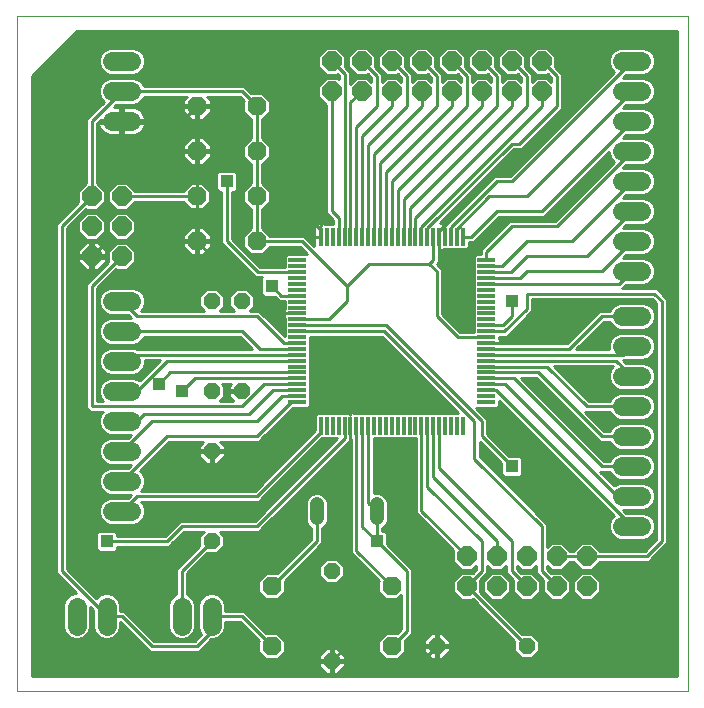
<source format=gtl>
G75*
G70*
%OFA0B0*%
%FSLAX24Y24*%
%IPPOS*%
%LPD*%
%AMOC8*
5,1,8,0,0,1.08239X$1,22.5*
%
%ADD10C,0.0000*%
%ADD11R,0.0591X0.0138*%
%ADD12R,0.0138X0.0591*%
%ADD13OC8,0.0630*%
%ADD14C,0.0480*%
%ADD15OC8,0.0560*%
%ADD16OC8,0.0640*%
%ADD17C,0.0640*%
%ADD18C,0.0100*%
%ADD19R,0.0436X0.0436*%
D10*
X000100Y000100D02*
X000100Y022596D01*
X022470Y022596D01*
X022470Y000100D01*
X000100Y000100D01*
D11*
X009450Y009738D03*
X009450Y009935D03*
X009450Y010131D03*
X009450Y010328D03*
X009450Y010525D03*
X009450Y010722D03*
X009450Y010919D03*
X009450Y011116D03*
X009450Y011313D03*
X009450Y011509D03*
X009450Y011706D03*
X009450Y011903D03*
X009450Y012100D03*
X009450Y012297D03*
X009450Y012494D03*
X009450Y012691D03*
X009450Y012887D03*
X009450Y013084D03*
X009450Y013281D03*
X009450Y013478D03*
X009450Y013675D03*
X009450Y013872D03*
X009450Y014069D03*
X009450Y014265D03*
X009450Y014462D03*
X015750Y014462D03*
X015750Y014265D03*
X015750Y014069D03*
X015750Y013872D03*
X015750Y013675D03*
X015750Y013478D03*
X015750Y013281D03*
X015750Y013084D03*
X015750Y012887D03*
X015750Y012691D03*
X015750Y012494D03*
X015750Y012297D03*
X015750Y012100D03*
X015750Y011903D03*
X015750Y011706D03*
X015750Y011509D03*
X015750Y011313D03*
X015750Y011116D03*
X015750Y010919D03*
X015750Y010722D03*
X015750Y010525D03*
X015750Y010328D03*
X015750Y010131D03*
X015750Y009935D03*
X015750Y009738D03*
D12*
X014962Y008950D03*
X014765Y008950D03*
X014569Y008950D03*
X014372Y008950D03*
X014175Y008950D03*
X013978Y008950D03*
X013781Y008950D03*
X013584Y008950D03*
X013387Y008950D03*
X013191Y008950D03*
X012994Y008950D03*
X012797Y008950D03*
X012600Y008950D03*
X012403Y008950D03*
X012206Y008950D03*
X012009Y008950D03*
X011813Y008950D03*
X011616Y008950D03*
X011419Y008950D03*
X011222Y008950D03*
X011025Y008950D03*
X010828Y008950D03*
X010631Y008950D03*
X010435Y008950D03*
X010238Y008950D03*
X010238Y015250D03*
X010435Y015250D03*
X010631Y015250D03*
X010828Y015250D03*
X011025Y015250D03*
X011222Y015250D03*
X011419Y015250D03*
X011616Y015250D03*
X011813Y015250D03*
X012009Y015250D03*
X012206Y015250D03*
X012403Y015250D03*
X012600Y015250D03*
X012797Y015250D03*
X012994Y015250D03*
X013191Y015250D03*
X013387Y015250D03*
X013584Y015250D03*
X013781Y015250D03*
X013978Y015250D03*
X014175Y015250D03*
X014372Y015250D03*
X014569Y015250D03*
X014765Y015250D03*
X014962Y015250D03*
D13*
X008100Y015100D03*
X008100Y016600D03*
X008100Y018100D03*
X008100Y019600D03*
X006100Y019600D03*
X006100Y018100D03*
X006100Y016600D03*
X006100Y015100D03*
X008600Y003600D03*
X008600Y001600D03*
X012600Y001600D03*
X012600Y003600D03*
D14*
X012100Y005860D02*
X012100Y006340D01*
X010100Y006340D02*
X010100Y005860D01*
D15*
X010600Y004100D03*
X010600Y001100D03*
X014100Y001600D03*
X017100Y001600D03*
X007600Y010100D03*
X006600Y010100D03*
X006600Y008100D03*
X006600Y005100D03*
X006600Y013100D03*
X007600Y013100D03*
D16*
X003600Y014600D03*
X003600Y015600D03*
X002600Y015600D03*
X002600Y014600D03*
X002600Y016600D03*
X003600Y016600D03*
X010600Y020100D03*
X010600Y021100D03*
X011600Y021100D03*
X011600Y020100D03*
X012600Y020100D03*
X012600Y021100D03*
X013600Y021100D03*
X013600Y020100D03*
X014600Y020100D03*
X014600Y021100D03*
X015600Y021100D03*
X015600Y020100D03*
X016600Y020100D03*
X016600Y021100D03*
X017600Y021100D03*
X017600Y020100D03*
X017100Y004600D03*
X016100Y004600D03*
X016100Y003600D03*
X017100Y003600D03*
X018100Y003600D03*
X019100Y003600D03*
X019100Y004600D03*
X018100Y004600D03*
X015100Y004600D03*
X015100Y003600D03*
D17*
X020280Y005600D02*
X020920Y005600D01*
X020920Y006600D02*
X020280Y006600D01*
X020280Y007600D02*
X020920Y007600D01*
X020920Y008600D02*
X020280Y008600D01*
X020280Y009600D02*
X020920Y009600D01*
X020920Y010600D02*
X020280Y010600D01*
X020280Y011600D02*
X020920Y011600D01*
X020920Y012600D02*
X020280Y012600D01*
X020280Y014100D02*
X020920Y014100D01*
X020920Y015100D02*
X020280Y015100D01*
X020280Y016100D02*
X020920Y016100D01*
X020920Y017100D02*
X020280Y017100D01*
X020280Y018100D02*
X020920Y018100D01*
X020920Y019100D02*
X020280Y019100D01*
X020280Y020100D02*
X020920Y020100D01*
X020920Y021100D02*
X020280Y021100D01*
X003920Y021100D02*
X003280Y021100D01*
X003280Y020100D02*
X003920Y020100D01*
X003920Y019100D02*
X003280Y019100D01*
X003280Y013100D02*
X003920Y013100D01*
X003920Y012100D02*
X003280Y012100D01*
X003280Y011100D02*
X003920Y011100D01*
X003920Y010100D02*
X003280Y010100D01*
X003280Y009100D02*
X003920Y009100D01*
X003920Y008100D02*
X003280Y008100D01*
X003280Y007100D02*
X003920Y007100D01*
X003920Y006100D02*
X003280Y006100D01*
X003100Y002920D02*
X003100Y002280D01*
X002100Y002280D02*
X002100Y002920D01*
X005600Y002920D02*
X005600Y002280D01*
X006600Y002280D02*
X006600Y002920D01*
D18*
X006600Y002600D02*
X006600Y002100D01*
X006100Y001600D01*
X004600Y001600D01*
X003600Y002600D01*
X003100Y002600D01*
X001600Y004100D01*
X001600Y015600D01*
X002600Y016600D01*
X002600Y019100D01*
X003600Y020100D01*
X007600Y020100D01*
X008100Y019600D01*
X008100Y018100D01*
X008100Y016600D01*
X008100Y015100D01*
X009600Y015100D01*
X011100Y013600D01*
X011850Y014350D01*
X013850Y014350D01*
X014100Y014100D01*
X014100Y012600D01*
X014797Y011903D01*
X015750Y011903D01*
X015750Y011706D02*
X016456Y011706D01*
X017600Y012600D01*
X017280Y012775D02*
X017280Y013170D01*
X021275Y013170D01*
X021420Y013025D01*
X021420Y005175D01*
X021025Y004780D01*
X019550Y004780D01*
X019550Y004786D01*
X019286Y005050D01*
X018914Y005050D01*
X018650Y004786D01*
X018650Y004780D01*
X018550Y004780D01*
X018550Y004786D01*
X018286Y005050D01*
X017914Y005050D01*
X017780Y004916D01*
X017780Y005675D01*
X017675Y005780D01*
X015530Y007925D01*
X015530Y008415D01*
X016252Y007694D01*
X016252Y007328D01*
X016328Y007252D01*
X016872Y007252D01*
X016948Y007328D01*
X016948Y007872D01*
X016872Y007948D01*
X016506Y007948D01*
X015780Y008675D01*
X015780Y009175D01*
X015675Y009280D01*
X015416Y009539D01*
X016099Y009539D01*
X016175Y009615D01*
X016175Y009771D01*
X019995Y005951D01*
X019899Y005855D01*
X019830Y005690D01*
X019830Y005510D01*
X019899Y005345D01*
X020025Y005219D01*
X020190Y005150D01*
X021010Y005150D01*
X021175Y005219D01*
X021301Y005345D01*
X021370Y005510D01*
X021370Y005690D01*
X021301Y005855D01*
X021175Y005981D01*
X021010Y006050D01*
X020405Y006050D01*
X020305Y006150D01*
X021010Y006150D01*
X021175Y006219D01*
X021301Y006345D01*
X021370Y006510D01*
X021370Y006690D01*
X021301Y006855D01*
X021175Y006981D01*
X021010Y007050D01*
X020190Y007050D01*
X020025Y006981D01*
X019999Y006955D01*
X019535Y007420D01*
X019867Y007420D01*
X019899Y007345D01*
X020025Y007219D01*
X020190Y007150D01*
X021010Y007150D01*
X021175Y007219D01*
X021301Y007345D01*
X021370Y007510D01*
X021370Y007690D01*
X021301Y007855D01*
X021175Y007981D01*
X021010Y008050D01*
X020190Y008050D01*
X020025Y007981D01*
X019899Y007855D01*
X019867Y007780D01*
X019675Y007780D01*
X016913Y010542D01*
X017403Y010542D01*
X019420Y008525D01*
X019525Y008420D01*
X019867Y008420D01*
X019899Y008345D01*
X020025Y008219D01*
X020190Y008150D01*
X021010Y008150D01*
X021175Y008219D01*
X021301Y008345D01*
X021370Y008510D01*
X021370Y008690D01*
X021301Y008855D01*
X021175Y008981D01*
X021010Y009050D01*
X020190Y009050D01*
X020025Y008981D01*
X019899Y008855D01*
X019867Y008780D01*
X019675Y008780D01*
X019035Y009420D01*
X019867Y009420D01*
X019899Y009345D01*
X020025Y009219D01*
X020190Y009150D01*
X021010Y009150D01*
X021175Y009219D01*
X021301Y009345D01*
X021370Y009510D01*
X021370Y009690D01*
X021301Y009855D01*
X021175Y009981D01*
X021010Y010050D01*
X020190Y010050D01*
X020025Y009981D01*
X019899Y009855D01*
X019867Y009780D01*
X019175Y009780D01*
X018019Y010936D01*
X019979Y010936D01*
X019899Y010855D01*
X019830Y010690D01*
X019830Y010510D01*
X019899Y010345D01*
X020025Y010219D01*
X020190Y010150D01*
X021010Y010150D01*
X021175Y010219D01*
X021301Y010345D01*
X021370Y010510D01*
X021370Y010690D01*
X021301Y010855D01*
X021175Y010981D01*
X021010Y011050D01*
X020405Y011050D01*
X020322Y011133D01*
X020387Y011133D01*
X020405Y011150D01*
X021010Y011150D01*
X021175Y011219D01*
X021301Y011345D01*
X021370Y011510D01*
X021370Y011690D01*
X021301Y011855D01*
X021175Y011981D01*
X021010Y012050D01*
X020190Y012050D01*
X020025Y011981D01*
X019899Y011855D01*
X019830Y011690D01*
X019830Y011510D01*
X019837Y011493D01*
X018747Y011493D01*
X019675Y012420D01*
X019867Y012420D01*
X019899Y012345D01*
X020025Y012219D01*
X020190Y012150D01*
X021010Y012150D01*
X021175Y012219D01*
X021301Y012345D01*
X021370Y012510D01*
X021370Y012690D01*
X021301Y012855D01*
X021175Y012981D01*
X021010Y013050D01*
X020190Y013050D01*
X020025Y012981D01*
X019899Y012855D01*
X019867Y012780D01*
X019525Y012780D01*
X019420Y012675D01*
X018435Y011689D01*
X016195Y011689D01*
X016195Y011706D01*
X016101Y011706D01*
X016101Y011706D01*
X016195Y011706D01*
X016195Y011795D01*
X016185Y011833D01*
X016175Y011850D01*
X016175Y011920D01*
X016425Y011920D01*
X017175Y012670D01*
X017280Y012775D01*
X017280Y012830D02*
X019888Y012830D01*
X019972Y012929D02*
X017280Y012929D01*
X017280Y013027D02*
X020135Y013027D01*
X020285Y013530D02*
X020405Y013650D01*
X021010Y013650D01*
X021175Y013719D01*
X021301Y013845D01*
X021370Y014010D01*
X021370Y014190D01*
X021301Y014355D01*
X021175Y014481D01*
X021010Y014550D01*
X020305Y014550D01*
X020405Y014650D01*
X021010Y014650D01*
X021175Y014719D01*
X021301Y014845D01*
X021370Y015010D01*
X021370Y015190D01*
X021301Y015355D01*
X021175Y015481D01*
X021010Y015550D01*
X020305Y015550D01*
X020405Y015650D01*
X021010Y015650D01*
X021175Y015719D01*
X021301Y015845D01*
X021370Y016010D01*
X021370Y016190D01*
X021301Y016355D01*
X021175Y016481D01*
X021010Y016550D01*
X020305Y016550D01*
X020405Y016650D01*
X021010Y016650D01*
X021175Y016719D01*
X021301Y016845D01*
X021370Y017010D01*
X021370Y017190D01*
X021301Y017355D01*
X021175Y017481D01*
X021010Y017550D01*
X020305Y017550D01*
X020405Y017650D01*
X021010Y017650D01*
X021175Y017719D01*
X021301Y017845D01*
X021370Y018010D01*
X021370Y018190D01*
X021301Y018355D01*
X021175Y018481D01*
X021010Y018550D01*
X020305Y018550D01*
X020405Y018650D01*
X021010Y018650D01*
X021175Y018719D01*
X021301Y018845D01*
X021370Y019010D01*
X021370Y019190D01*
X021301Y019355D01*
X021175Y019481D01*
X021010Y019550D01*
X020305Y019550D01*
X020405Y019650D01*
X021010Y019650D01*
X021175Y019719D01*
X021301Y019845D01*
X021370Y020010D01*
X021370Y020190D01*
X021301Y020355D01*
X021175Y020481D01*
X021010Y020550D01*
X020305Y020550D01*
X020405Y020650D01*
X021010Y020650D01*
X021175Y020719D01*
X021301Y020845D01*
X021370Y021010D01*
X021370Y021190D01*
X021301Y021355D01*
X021175Y021481D01*
X021010Y021550D01*
X020190Y021550D01*
X020025Y021481D01*
X019899Y021355D01*
X019830Y021190D01*
X019830Y021010D01*
X019899Y020845D01*
X019995Y020749D01*
X016525Y017280D01*
X016025Y017280D01*
X015920Y017175D01*
X014420Y015675D01*
X014319Y015675D01*
X014302Y015685D01*
X014263Y015695D01*
X014199Y015695D01*
X016675Y018170D01*
X016925Y018170D01*
X018175Y019420D01*
X018280Y019525D01*
X018280Y020675D01*
X018045Y020909D01*
X018050Y020914D01*
X018050Y021286D01*
X017786Y021550D01*
X017414Y021550D01*
X017150Y021286D01*
X017150Y020914D01*
X017414Y020650D01*
X017786Y020650D01*
X017791Y020655D01*
X017920Y020525D01*
X017920Y020416D01*
X017786Y020550D01*
X017414Y020550D01*
X017280Y020416D01*
X017280Y020675D01*
X017045Y020909D01*
X017050Y020914D01*
X017050Y021286D01*
X016786Y021550D01*
X016414Y021550D01*
X016150Y021286D01*
X016150Y020914D01*
X016414Y020650D01*
X016786Y020650D01*
X016791Y020655D01*
X016920Y020525D01*
X016920Y020416D01*
X016786Y020550D01*
X016414Y020550D01*
X016280Y020416D01*
X016280Y020675D01*
X016045Y020909D01*
X016050Y020914D01*
X016050Y021286D01*
X015786Y021550D01*
X015414Y021550D01*
X015150Y021286D01*
X015150Y020914D01*
X015414Y020650D01*
X015786Y020650D01*
X015791Y020655D01*
X015920Y020525D01*
X015920Y020416D01*
X015786Y020550D01*
X015414Y020550D01*
X015280Y020416D01*
X015280Y020675D01*
X015045Y020909D01*
X015050Y020914D01*
X015050Y021286D01*
X014786Y021550D01*
X014414Y021550D01*
X014150Y021286D01*
X014150Y020914D01*
X014414Y020650D01*
X014786Y020650D01*
X014791Y020655D01*
X014920Y020525D01*
X014920Y020416D01*
X014786Y020550D01*
X014414Y020550D01*
X014280Y020416D01*
X014280Y020675D01*
X014045Y020909D01*
X014050Y020914D01*
X014050Y021286D01*
X013786Y021550D01*
X013414Y021550D01*
X013150Y021286D01*
X013150Y020914D01*
X013414Y020650D01*
X013786Y020650D01*
X013791Y020655D01*
X013920Y020525D01*
X013920Y020416D01*
X013786Y020550D01*
X013414Y020550D01*
X013280Y020416D01*
X013280Y020675D01*
X013045Y020909D01*
X013050Y020914D01*
X013050Y021286D01*
X012786Y021550D01*
X012414Y021550D01*
X012150Y021286D01*
X012150Y020914D01*
X012414Y020650D01*
X012786Y020650D01*
X012791Y020655D01*
X012920Y020525D01*
X012920Y020416D01*
X012786Y020550D01*
X012414Y020550D01*
X012280Y020416D01*
X012280Y020675D01*
X012045Y020909D01*
X012050Y020914D01*
X012050Y021286D01*
X011786Y021550D01*
X011414Y021550D01*
X011150Y021286D01*
X011150Y020914D01*
X011414Y020650D01*
X011786Y020650D01*
X011791Y020655D01*
X011920Y020525D01*
X011920Y020416D01*
X011786Y020550D01*
X011414Y020550D01*
X011205Y020342D01*
X011205Y020749D01*
X011045Y020909D01*
X011050Y020914D01*
X011050Y021286D01*
X010786Y021550D01*
X010414Y021550D01*
X010150Y021286D01*
X010150Y020914D01*
X010414Y020650D01*
X010786Y020650D01*
X010791Y020655D01*
X010845Y020600D01*
X010845Y020491D01*
X010786Y020550D01*
X010414Y020550D01*
X010150Y020286D01*
X010150Y019914D01*
X010414Y019650D01*
X010420Y019650D01*
X010420Y016025D01*
X010525Y015920D01*
X010648Y015797D01*
X010648Y015675D01*
X010382Y015675D01*
X010365Y015685D01*
X010326Y015695D01*
X010238Y015695D01*
X010238Y015601D01*
X010238Y015601D01*
X010238Y015695D01*
X010149Y015695D01*
X010111Y015685D01*
X010077Y015665D01*
X010049Y015637D01*
X010029Y015603D01*
X010019Y015565D01*
X010019Y015250D01*
X010236Y015250D01*
X010236Y015250D01*
X010019Y015250D01*
X010019Y014936D01*
X009675Y015280D01*
X008545Y015280D01*
X008545Y015284D01*
X008284Y015545D01*
X008280Y015545D01*
X008280Y016155D01*
X008284Y016155D01*
X008545Y016416D01*
X008545Y016784D01*
X008284Y017045D01*
X008280Y017045D01*
X008280Y017655D01*
X008284Y017655D01*
X008545Y017916D01*
X008545Y018284D01*
X008284Y018545D01*
X008280Y018545D01*
X008280Y019155D01*
X008284Y019155D01*
X008545Y019416D01*
X008545Y019784D01*
X008284Y020045D01*
X007916Y020045D01*
X007913Y020042D01*
X007675Y020280D01*
X004333Y020280D01*
X004301Y020355D01*
X004175Y020481D01*
X004010Y020550D01*
X003190Y020550D01*
X003025Y020481D01*
X002899Y020355D01*
X002830Y020190D01*
X002830Y020010D01*
X002899Y019845D01*
X002995Y019749D01*
X002420Y019175D01*
X002420Y017050D01*
X002414Y017050D01*
X002150Y016786D01*
X002150Y016414D01*
X002155Y016409D01*
X001420Y015675D01*
X001420Y004025D01*
X001525Y003920D01*
X002075Y003370D01*
X002010Y003370D01*
X001845Y003301D01*
X001719Y003175D01*
X001650Y003010D01*
X001650Y002190D01*
X001719Y002025D01*
X001845Y001899D01*
X002010Y001830D01*
X002190Y001830D01*
X002355Y001899D01*
X002481Y002025D01*
X002550Y002190D01*
X002550Y002895D01*
X002650Y002795D01*
X002650Y002190D01*
X002719Y002025D01*
X002845Y001899D01*
X003010Y001830D01*
X003190Y001830D01*
X003355Y001899D01*
X003481Y002025D01*
X003550Y002190D01*
X003550Y002395D01*
X004420Y001525D01*
X004525Y001420D01*
X006175Y001420D01*
X006585Y001830D01*
X006690Y001830D01*
X006855Y001899D01*
X006981Y002025D01*
X007050Y002190D01*
X007050Y002420D01*
X007525Y002420D01*
X008158Y001787D01*
X008155Y001784D01*
X008155Y001416D01*
X008416Y001155D01*
X008784Y001155D01*
X009045Y001416D01*
X009045Y001784D01*
X008784Y002045D01*
X008416Y002045D01*
X008413Y002042D01*
X007675Y002780D01*
X007050Y002780D01*
X007050Y003010D01*
X006981Y003175D01*
X006855Y003301D01*
X006690Y003370D01*
X006510Y003370D01*
X006345Y003301D01*
X006219Y003175D01*
X006150Y003010D01*
X006150Y002190D01*
X006219Y002025D01*
X006245Y001999D01*
X006025Y001780D01*
X004675Y001780D01*
X003675Y002780D01*
X003550Y002780D01*
X003550Y003010D01*
X003481Y003175D01*
X003355Y003301D01*
X003190Y003370D01*
X003010Y003370D01*
X002845Y003301D01*
X002749Y003205D01*
X001780Y004175D01*
X001780Y015525D01*
X002409Y016155D01*
X002414Y016150D01*
X002786Y016150D01*
X003050Y016414D01*
X003050Y016786D01*
X002786Y017050D01*
X002780Y017050D01*
X002780Y019025D01*
X002905Y019150D01*
X003550Y019150D01*
X003550Y019570D01*
X003325Y019570D01*
X003405Y019650D01*
X004010Y019650D01*
X004175Y019719D01*
X004301Y019845D01*
X004333Y019920D01*
X005762Y019920D01*
X005635Y019793D01*
X005635Y019630D01*
X006070Y019630D01*
X006070Y019570D01*
X006130Y019570D01*
X006130Y019630D01*
X006565Y019630D01*
X006565Y019793D01*
X006438Y019920D01*
X007525Y019920D01*
X007658Y019787D01*
X007655Y019784D01*
X007655Y019416D01*
X007916Y019155D01*
X007920Y019155D01*
X007920Y018545D01*
X007916Y018545D01*
X007655Y018284D01*
X007655Y017916D01*
X007916Y017655D01*
X007920Y017655D01*
X007920Y017045D01*
X007916Y017045D01*
X007655Y016784D01*
X007655Y016416D01*
X007916Y016155D01*
X007920Y016155D01*
X007920Y015545D01*
X007916Y015545D01*
X007655Y015284D01*
X007655Y014916D01*
X007916Y014655D01*
X008284Y014655D01*
X008545Y014916D01*
X008545Y014920D01*
X009525Y014920D01*
X009784Y014661D01*
X009101Y014661D01*
X009025Y014585D01*
X009025Y014249D01*
X008206Y014249D01*
X007280Y015175D01*
X007280Y016752D01*
X007372Y016752D01*
X007448Y016828D01*
X007448Y017372D01*
X007372Y017448D01*
X006828Y017448D01*
X006752Y017372D01*
X006752Y016828D01*
X006828Y016752D01*
X006920Y016752D01*
X006920Y015025D01*
X007025Y014920D01*
X008057Y013889D01*
X008268Y013889D01*
X008252Y013872D01*
X008252Y013328D01*
X008328Y013252D01*
X008694Y013252D01*
X008844Y013101D01*
X009025Y013101D01*
X009025Y012834D01*
X009015Y012817D01*
X009005Y012779D01*
X009005Y012691D01*
X009099Y012691D01*
X009099Y012691D01*
X009099Y012691D01*
X009005Y012691D01*
X009005Y012602D01*
X009015Y012564D01*
X009025Y012547D01*
X009025Y011929D01*
X008280Y012675D01*
X008175Y012780D01*
X007860Y012780D01*
X008010Y012930D01*
X008010Y013270D01*
X007770Y013510D01*
X007430Y013510D01*
X007190Y013270D01*
X007190Y012930D01*
X007340Y012780D01*
X006860Y012780D01*
X007010Y012930D01*
X007010Y013270D01*
X006770Y013510D01*
X006430Y013510D01*
X006190Y013270D01*
X006190Y012930D01*
X006340Y012780D01*
X004236Y012780D01*
X004301Y012845D01*
X004370Y013010D01*
X004370Y013190D01*
X004301Y013355D01*
X004175Y013481D01*
X004010Y013550D01*
X003190Y013550D01*
X003025Y013481D01*
X002899Y013355D01*
X002830Y013190D01*
X002830Y013010D01*
X002899Y012845D01*
X003025Y012719D01*
X003190Y012650D01*
X003795Y012650D01*
X003895Y012550D01*
X003190Y012550D01*
X003025Y012481D01*
X002899Y012355D01*
X002830Y012190D01*
X002830Y012010D01*
X002899Y011845D01*
X002780Y011845D01*
X002780Y011747D02*
X002997Y011747D01*
X003025Y011719D02*
X003190Y011650D01*
X004010Y011650D01*
X004175Y011719D01*
X004301Y011845D01*
X007600Y011845D01*
X007525Y011920D02*
X007953Y011493D01*
X004148Y011493D01*
X004010Y011550D01*
X003190Y011550D01*
X003025Y011481D01*
X002899Y011355D01*
X002830Y011190D01*
X002830Y011010D01*
X002899Y010845D01*
X003025Y010719D01*
X003190Y010650D01*
X004010Y010650D01*
X004175Y010719D01*
X004301Y010845D01*
X004370Y011010D01*
X004370Y011133D01*
X004878Y011133D01*
X004201Y010455D01*
X004175Y010481D01*
X004010Y010550D01*
X003190Y010550D01*
X003025Y010481D01*
X002899Y010355D01*
X002830Y010190D01*
X002830Y010010D01*
X002899Y009845D01*
X002964Y009780D01*
X002780Y009780D01*
X002780Y013525D01*
X003409Y014155D01*
X003414Y014150D01*
X003786Y014150D01*
X004050Y014414D01*
X004050Y014786D01*
X003786Y015050D01*
X003414Y015050D01*
X003150Y014786D01*
X003150Y014414D01*
X003155Y014409D01*
X002420Y013675D01*
X002420Y009525D01*
X002525Y009420D01*
X002964Y009420D01*
X002899Y009355D01*
X002830Y009190D01*
X002830Y009010D01*
X002899Y008845D01*
X003025Y008719D01*
X003190Y008650D01*
X003895Y008650D01*
X003795Y008550D01*
X003190Y008550D01*
X003025Y008481D01*
X002899Y008355D01*
X002830Y008190D01*
X002830Y008010D01*
X002899Y007845D01*
X003025Y007719D01*
X003190Y007650D01*
X003895Y007650D01*
X003795Y007550D01*
X003190Y007550D01*
X003025Y007481D01*
X002899Y007355D01*
X002830Y007190D01*
X002830Y007010D01*
X002899Y006845D01*
X003025Y006719D01*
X003190Y006650D01*
X003895Y006650D01*
X003795Y006550D01*
X003190Y006550D01*
X003025Y006481D01*
X002899Y006355D01*
X002830Y006190D01*
X002830Y006010D01*
X002899Y005845D01*
X003025Y005719D01*
X003190Y005650D01*
X004010Y005650D01*
X004175Y005719D01*
X004301Y005845D01*
X004370Y006010D01*
X004370Y006190D01*
X004301Y006355D01*
X004236Y006420D01*
X008175Y006420D01*
X008280Y006525D01*
X010280Y008525D01*
X010771Y008525D01*
X008025Y005780D01*
X005525Y005780D01*
X005025Y005280D01*
X003448Y005280D01*
X003448Y005372D01*
X003372Y005448D01*
X002828Y005448D01*
X002752Y005372D01*
X002752Y004828D01*
X002828Y004752D01*
X003372Y004752D01*
X003448Y004828D01*
X003448Y004920D01*
X005175Y004920D01*
X005280Y005025D01*
X005675Y005420D01*
X006340Y005420D01*
X006190Y005270D01*
X006190Y004945D01*
X005420Y004175D01*
X005420Y003333D01*
X005345Y003301D01*
X005219Y003175D01*
X005150Y003010D01*
X005150Y002190D01*
X005219Y002025D01*
X005345Y001899D01*
X005510Y001830D01*
X005690Y001830D01*
X005855Y001899D01*
X005981Y002025D01*
X006050Y002190D01*
X006050Y003010D01*
X005981Y003175D01*
X005855Y003301D01*
X005780Y003333D01*
X005780Y004025D01*
X006445Y004690D01*
X006770Y004690D01*
X007010Y004930D01*
X007010Y005270D01*
X006860Y005420D01*
X008175Y005420D01*
X008280Y005525D01*
X011205Y008451D01*
X011205Y008505D01*
X011222Y008505D01*
X011222Y008599D01*
X011222Y008599D01*
X011222Y008505D01*
X011239Y008505D01*
X011239Y004707D01*
X012158Y003787D01*
X012155Y003784D01*
X012155Y003416D01*
X012416Y003155D01*
X012784Y003155D01*
X012920Y003291D01*
X012920Y002175D01*
X012787Y002042D01*
X012784Y002045D01*
X012416Y002045D01*
X012155Y001784D01*
X012155Y001416D01*
X012416Y001155D01*
X012784Y001155D01*
X013045Y001416D01*
X013045Y001784D01*
X013042Y001787D01*
X013175Y001920D01*
X013280Y002025D01*
X013280Y004175D01*
X013175Y004280D01*
X012448Y005006D01*
X012448Y005372D01*
X012372Y005448D01*
X012280Y005448D01*
X012280Y005534D01*
X012310Y005546D01*
X012414Y005650D01*
X012470Y005786D01*
X012470Y006414D01*
X012414Y006550D01*
X012310Y006654D01*
X012174Y006710D01*
X012026Y006710D01*
X011993Y006696D01*
X011993Y008525D01*
X013404Y008525D01*
X013404Y006041D01*
X014655Y004791D01*
X014650Y004786D01*
X014650Y004414D01*
X014914Y004150D01*
X015286Y004150D01*
X015420Y004284D01*
X015420Y004175D01*
X015291Y004045D01*
X015286Y004050D01*
X014914Y004050D01*
X014650Y003786D01*
X014650Y003414D01*
X014914Y003150D01*
X015286Y003150D01*
X015291Y003155D01*
X016690Y001755D01*
X016690Y001430D01*
X016930Y001190D01*
X017270Y001190D01*
X017510Y001430D01*
X017510Y001770D01*
X017270Y002010D01*
X016945Y002010D01*
X015545Y003409D01*
X015550Y003414D01*
X015550Y003786D01*
X015545Y003791D01*
X015780Y004025D01*
X015780Y004284D01*
X015914Y004150D01*
X016286Y004150D01*
X016420Y004284D01*
X016420Y004025D01*
X016655Y003791D01*
X016650Y003786D01*
X016650Y003414D01*
X016914Y003150D01*
X017286Y003150D01*
X017550Y003414D01*
X017550Y003786D01*
X017286Y004050D01*
X016914Y004050D01*
X016909Y004045D01*
X016780Y004175D01*
X016780Y004284D01*
X016914Y004150D01*
X017286Y004150D01*
X017420Y004284D01*
X017420Y004025D01*
X017655Y003791D01*
X017650Y003786D01*
X017650Y003414D01*
X017914Y003150D01*
X018286Y003150D01*
X018550Y003414D01*
X018550Y003786D01*
X018286Y004050D01*
X017914Y004050D01*
X017909Y004045D01*
X017780Y004175D01*
X017780Y004284D01*
X017914Y004150D01*
X018286Y004150D01*
X018550Y004414D01*
X018550Y004420D01*
X018650Y004420D01*
X018650Y004414D01*
X018914Y004150D01*
X019286Y004150D01*
X019550Y004414D01*
X019550Y004420D01*
X021175Y004420D01*
X021280Y004525D01*
X021780Y005025D01*
X021780Y013175D01*
X021675Y013280D01*
X021425Y013530D01*
X020285Y013530D01*
X020373Y013618D02*
X022100Y013618D01*
X022100Y013520D02*
X021435Y013520D01*
X021534Y013421D02*
X022100Y013421D01*
X022100Y013323D02*
X021632Y013323D01*
X021731Y013224D02*
X022100Y013224D01*
X022100Y013126D02*
X021780Y013126D01*
X021780Y013027D02*
X022100Y013027D01*
X022100Y012929D02*
X021780Y012929D01*
X021780Y012830D02*
X022100Y012830D01*
X022100Y012732D02*
X021780Y012732D01*
X021780Y012633D02*
X022100Y012633D01*
X022100Y012535D02*
X021780Y012535D01*
X021780Y012436D02*
X022100Y012436D01*
X022100Y012338D02*
X021780Y012338D01*
X021780Y012239D02*
X022100Y012239D01*
X022100Y012141D02*
X021780Y012141D01*
X021780Y012042D02*
X022100Y012042D01*
X022100Y011944D02*
X021780Y011944D01*
X021780Y011845D02*
X022100Y011845D01*
X022100Y011747D02*
X021780Y011747D01*
X021780Y011648D02*
X022100Y011648D01*
X022100Y011550D02*
X021780Y011550D01*
X021780Y011451D02*
X022100Y011451D01*
X022100Y011353D02*
X021780Y011353D01*
X021780Y011254D02*
X022100Y011254D01*
X022100Y011156D02*
X021780Y011156D01*
X021780Y011057D02*
X022100Y011057D01*
X022100Y010959D02*
X021780Y010959D01*
X021780Y010860D02*
X022100Y010860D01*
X022100Y010762D02*
X021780Y010762D01*
X021780Y010663D02*
X022100Y010663D01*
X022100Y010565D02*
X021780Y010565D01*
X021780Y010466D02*
X022100Y010466D01*
X022100Y010368D02*
X021780Y010368D01*
X021780Y010269D02*
X022100Y010269D01*
X022100Y010171D02*
X021780Y010171D01*
X021780Y010072D02*
X022100Y010072D01*
X022100Y009974D02*
X021780Y009974D01*
X021780Y009875D02*
X022100Y009875D01*
X022100Y009777D02*
X021780Y009777D01*
X021780Y009678D02*
X022100Y009678D01*
X022100Y009580D02*
X021780Y009580D01*
X021780Y009481D02*
X022100Y009481D01*
X022100Y009383D02*
X021780Y009383D01*
X021780Y009284D02*
X022100Y009284D01*
X022100Y009186D02*
X021780Y009186D01*
X021780Y009087D02*
X022100Y009087D01*
X022100Y008989D02*
X021780Y008989D01*
X021780Y008890D02*
X022100Y008890D01*
X022100Y008792D02*
X021780Y008792D01*
X021780Y008693D02*
X022100Y008693D01*
X022100Y008595D02*
X021780Y008595D01*
X021780Y008496D02*
X022100Y008496D01*
X022100Y008398D02*
X021780Y008398D01*
X021780Y008299D02*
X022100Y008299D01*
X022100Y008201D02*
X021780Y008201D01*
X021780Y008102D02*
X022100Y008102D01*
X022100Y008004D02*
X021780Y008004D01*
X021780Y007905D02*
X022100Y007905D01*
X022100Y007807D02*
X021780Y007807D01*
X021780Y007708D02*
X022100Y007708D01*
X022100Y007610D02*
X021780Y007610D01*
X021780Y007511D02*
X022100Y007511D01*
X022100Y007413D02*
X021780Y007413D01*
X021780Y007314D02*
X022100Y007314D01*
X022100Y007216D02*
X021780Y007216D01*
X021780Y007117D02*
X022100Y007117D01*
X022100Y007019D02*
X021780Y007019D01*
X021780Y006920D02*
X022100Y006920D01*
X022100Y006822D02*
X021780Y006822D01*
X021780Y006723D02*
X022100Y006723D01*
X022100Y006625D02*
X021780Y006625D01*
X021780Y006526D02*
X022100Y006526D01*
X022100Y006428D02*
X021780Y006428D01*
X021780Y006329D02*
X022100Y006329D01*
X022100Y006231D02*
X021780Y006231D01*
X021780Y006132D02*
X022100Y006132D01*
X022100Y006034D02*
X021780Y006034D01*
X021780Y005935D02*
X022100Y005935D01*
X022100Y005837D02*
X021780Y005837D01*
X021780Y005738D02*
X022100Y005738D01*
X022100Y005640D02*
X021780Y005640D01*
X021780Y005541D02*
X022100Y005541D01*
X022100Y005443D02*
X021780Y005443D01*
X021780Y005344D02*
X022100Y005344D01*
X022100Y005246D02*
X021780Y005246D01*
X021780Y005147D02*
X022100Y005147D01*
X022100Y005049D02*
X021780Y005049D01*
X021705Y004950D02*
X022100Y004950D01*
X022100Y004852D02*
X021606Y004852D01*
X021508Y004753D02*
X022100Y004753D01*
X022100Y004655D02*
X021409Y004655D01*
X021311Y004556D02*
X022100Y004556D01*
X022100Y004458D02*
X021212Y004458D01*
X021100Y004600D02*
X019100Y004600D01*
X018100Y004600D01*
X018386Y004950D02*
X018814Y004950D01*
X018912Y005049D02*
X018288Y005049D01*
X018485Y004852D02*
X018715Y004852D01*
X018705Y004359D02*
X018495Y004359D01*
X018397Y004261D02*
X018803Y004261D01*
X018902Y004162D02*
X018298Y004162D01*
X018371Y003965D02*
X018829Y003965D01*
X018914Y004050D02*
X018650Y003786D01*
X018650Y003414D01*
X018914Y003150D01*
X019286Y003150D01*
X019550Y003414D01*
X019550Y003786D01*
X019286Y004050D01*
X018914Y004050D01*
X018730Y003867D02*
X018470Y003867D01*
X018550Y003768D02*
X018650Y003768D01*
X018650Y003670D02*
X018550Y003670D01*
X018550Y003571D02*
X018650Y003571D01*
X018650Y003473D02*
X018550Y003473D01*
X018510Y003374D02*
X018690Y003374D01*
X018788Y003276D02*
X018412Y003276D01*
X018313Y003177D02*
X018887Y003177D01*
X019313Y003177D02*
X022100Y003177D01*
X022100Y003079D02*
X015876Y003079D01*
X015914Y003150D02*
X016286Y003150D01*
X016550Y003414D01*
X016550Y003786D01*
X016286Y004050D01*
X015914Y004050D01*
X015650Y003786D01*
X015650Y003414D01*
X015914Y003150D01*
X015887Y003177D02*
X015778Y003177D01*
X015788Y003276D02*
X015679Y003276D01*
X015690Y003374D02*
X015581Y003374D01*
X015550Y003473D02*
X015650Y003473D01*
X015650Y003571D02*
X015550Y003571D01*
X015550Y003670D02*
X015650Y003670D01*
X015650Y003768D02*
X015550Y003768D01*
X015621Y003867D02*
X015730Y003867D01*
X015720Y003965D02*
X015829Y003965D01*
X015780Y004064D02*
X016420Y004064D01*
X016420Y004162D02*
X016298Y004162D01*
X016397Y004261D02*
X016420Y004261D01*
X016600Y004100D02*
X017100Y003600D01*
X016788Y003276D02*
X016412Y003276D01*
X016510Y003374D02*
X016690Y003374D01*
X016650Y003473D02*
X016550Y003473D01*
X016550Y003571D02*
X016650Y003571D01*
X016650Y003670D02*
X016550Y003670D01*
X016550Y003768D02*
X016650Y003768D01*
X016579Y003867D02*
X016470Y003867D01*
X016480Y003965D02*
X016371Y003965D01*
X016600Y004100D02*
X016600Y005100D01*
X014175Y007525D01*
X014175Y008950D01*
X013978Y008950D02*
X013978Y007222D01*
X016100Y005100D01*
X016100Y004600D01*
X015803Y004261D02*
X015780Y004261D01*
X015780Y004162D02*
X015902Y004162D01*
X015600Y004100D02*
X015100Y003600D01*
X017100Y001600D01*
X016716Y001404D02*
X014512Y001404D01*
X014530Y001422D02*
X014530Y001570D01*
X014130Y001570D01*
X014130Y001630D01*
X014530Y001630D01*
X014530Y001778D01*
X014278Y002030D01*
X014130Y002030D01*
X014130Y001630D01*
X014070Y001630D01*
X014070Y002030D01*
X013922Y002030D01*
X013670Y001778D01*
X013670Y001630D01*
X014070Y001630D01*
X014070Y001570D01*
X014130Y001570D01*
X014130Y001170D01*
X014278Y001170D01*
X014530Y001422D01*
X014530Y001503D02*
X016690Y001503D01*
X016690Y001601D02*
X014130Y001601D01*
X014100Y001600D02*
X013600Y001100D01*
X010600Y001100D01*
X011222Y001722D01*
X011222Y008950D01*
X011025Y008950D02*
X011025Y008525D01*
X008100Y005600D01*
X005600Y005600D01*
X005100Y005100D01*
X003100Y005100D01*
X002752Y005147D02*
X001780Y005147D01*
X001780Y005049D02*
X002752Y005049D01*
X002752Y004950D02*
X001780Y004950D01*
X001780Y004852D02*
X002752Y004852D01*
X002827Y004753D02*
X001780Y004753D01*
X001780Y004655D02*
X005900Y004655D01*
X005998Y004753D02*
X003373Y004753D01*
X003448Y004852D02*
X006097Y004852D01*
X006190Y004950D02*
X005205Y004950D01*
X005303Y005049D02*
X006190Y005049D01*
X006190Y005147D02*
X005402Y005147D01*
X005500Y005246D02*
X006190Y005246D01*
X006264Y005344D02*
X005599Y005344D01*
X005385Y005640D02*
X001780Y005640D01*
X001780Y005738D02*
X003006Y005738D01*
X002907Y005837D02*
X001780Y005837D01*
X001780Y005935D02*
X002861Y005935D01*
X002830Y006034D02*
X001780Y006034D01*
X001780Y006132D02*
X002830Y006132D01*
X002847Y006231D02*
X001780Y006231D01*
X001780Y006329D02*
X002888Y006329D01*
X002971Y006428D02*
X001780Y006428D01*
X001780Y006526D02*
X003133Y006526D01*
X003021Y006723D02*
X001780Y006723D01*
X001780Y006625D02*
X003870Y006625D01*
X004100Y006600D02*
X003600Y006100D01*
X003378Y005443D02*
X005188Y005443D01*
X005286Y005541D02*
X001780Y005541D01*
X001780Y005443D02*
X002822Y005443D01*
X002752Y005344D02*
X001780Y005344D01*
X001780Y005246D02*
X002752Y005246D01*
X003448Y005344D02*
X005089Y005344D01*
X005483Y005738D02*
X004194Y005738D01*
X004293Y005837D02*
X008082Y005837D01*
X008180Y005935D02*
X004339Y005935D01*
X004370Y006034D02*
X008279Y006034D01*
X008377Y006132D02*
X004370Y006132D01*
X004353Y006231D02*
X008476Y006231D01*
X008574Y006329D02*
X004312Y006329D01*
X004100Y006600D02*
X008100Y006600D01*
X010238Y008738D01*
X010238Y008950D01*
X010039Y008989D02*
X008743Y008989D01*
X008842Y009087D02*
X010039Y009087D01*
X010039Y009186D02*
X008940Y009186D01*
X009039Y009284D02*
X010039Y009284D01*
X010039Y009300D02*
X010039Y008793D01*
X008025Y006780D01*
X004236Y006780D01*
X004301Y006845D01*
X004370Y007010D01*
X004370Y007190D01*
X004301Y007355D01*
X004205Y007451D01*
X005175Y008420D01*
X006312Y008420D01*
X006170Y008278D01*
X006170Y008130D01*
X006570Y008130D01*
X006570Y008070D01*
X006630Y008070D01*
X006630Y008130D01*
X007030Y008130D01*
X007030Y008278D01*
X006888Y008420D01*
X008175Y008420D01*
X008280Y008525D01*
X009293Y009539D01*
X009800Y009539D01*
X009876Y009615D01*
X009876Y011920D01*
X012275Y011920D01*
X014820Y009376D01*
X014643Y009376D01*
X011366Y009376D01*
X011349Y009385D01*
X011311Y009396D01*
X011222Y009396D01*
X011133Y009396D01*
X011095Y009385D01*
X011078Y009376D01*
X010115Y009376D01*
X010039Y009300D01*
X010039Y008890D02*
X008645Y008890D01*
X008546Y008792D02*
X010037Y008792D01*
X009938Y008693D02*
X008448Y008693D01*
X008349Y008595D02*
X009840Y008595D01*
X009741Y008496D02*
X008251Y008496D01*
X008100Y008600D02*
X005100Y008600D01*
X003600Y007100D01*
X003855Y007610D02*
X001780Y007610D01*
X001780Y007708D02*
X003050Y007708D01*
X002937Y007807D02*
X001780Y007807D01*
X001780Y007905D02*
X002874Y007905D01*
X002833Y008004D02*
X001780Y008004D01*
X001780Y008102D02*
X002830Y008102D01*
X002835Y008201D02*
X001780Y008201D01*
X001780Y008299D02*
X002875Y008299D01*
X002941Y008398D02*
X001780Y008398D01*
X001780Y008496D02*
X003060Y008496D01*
X003087Y008693D02*
X001780Y008693D01*
X001780Y008595D02*
X003840Y008595D01*
X003600Y008100D02*
X004600Y009100D01*
X008100Y009100D01*
X008935Y009935D01*
X009450Y009935D01*
X009450Y010131D02*
X008631Y010131D01*
X007850Y009350D01*
X004350Y009350D01*
X004100Y009100D01*
X003600Y009100D01*
X002952Y008792D02*
X001780Y008792D01*
X001780Y008890D02*
X002880Y008890D01*
X002839Y008989D02*
X001780Y008989D01*
X001780Y009087D02*
X002830Y009087D01*
X002830Y009186D02*
X001780Y009186D01*
X001780Y009284D02*
X002869Y009284D01*
X002926Y009383D02*
X001780Y009383D01*
X001780Y009481D02*
X002464Y009481D01*
X002420Y009580D02*
X001780Y009580D01*
X001780Y009678D02*
X002420Y009678D01*
X002420Y009777D02*
X001780Y009777D01*
X001780Y009875D02*
X002420Y009875D01*
X002420Y009974D02*
X001780Y009974D01*
X001780Y010072D02*
X002420Y010072D01*
X002420Y010171D02*
X001780Y010171D01*
X001780Y010269D02*
X002420Y010269D01*
X002420Y010368D02*
X001780Y010368D01*
X001780Y010466D02*
X002420Y010466D01*
X002420Y010565D02*
X001780Y010565D01*
X001780Y010663D02*
X002420Y010663D01*
X002420Y010762D02*
X001780Y010762D01*
X001780Y010860D02*
X002420Y010860D01*
X002420Y010959D02*
X001780Y010959D01*
X001780Y011057D02*
X002420Y011057D01*
X002420Y011156D02*
X001780Y011156D01*
X001780Y011254D02*
X002420Y011254D01*
X002420Y011353D02*
X001780Y011353D01*
X001780Y011451D02*
X002420Y011451D01*
X002420Y011550D02*
X001780Y011550D01*
X001780Y011648D02*
X002420Y011648D01*
X002420Y011747D02*
X001780Y011747D01*
X001780Y011845D02*
X002420Y011845D01*
X002420Y011944D02*
X001780Y011944D01*
X001780Y012042D02*
X002420Y012042D01*
X002420Y012141D02*
X001780Y012141D01*
X001780Y012239D02*
X002420Y012239D01*
X002420Y012338D02*
X001780Y012338D01*
X001780Y012436D02*
X002420Y012436D01*
X002420Y012535D02*
X001780Y012535D01*
X001780Y012633D02*
X002420Y012633D01*
X002420Y012732D02*
X001780Y012732D01*
X001780Y012830D02*
X002420Y012830D01*
X002420Y012929D02*
X001780Y012929D01*
X001780Y013027D02*
X002420Y013027D01*
X002420Y013126D02*
X001780Y013126D01*
X001780Y013224D02*
X002420Y013224D01*
X002420Y013323D02*
X001780Y013323D01*
X001780Y013421D02*
X002420Y013421D01*
X002420Y013520D02*
X001780Y013520D01*
X001780Y013618D02*
X002420Y013618D01*
X002462Y013717D02*
X001780Y013717D01*
X001780Y013815D02*
X002560Y013815D01*
X002659Y013914D02*
X001780Y013914D01*
X001780Y014012D02*
X002757Y014012D01*
X002795Y014130D02*
X002650Y014130D01*
X002650Y014550D01*
X002650Y014650D01*
X002550Y014650D01*
X002550Y015070D01*
X002405Y015070D01*
X002130Y014795D01*
X002130Y014650D01*
X002550Y014650D01*
X002550Y014550D01*
X002130Y014550D01*
X002130Y014405D01*
X002405Y014130D01*
X002550Y014130D01*
X002550Y014550D01*
X002650Y014550D01*
X003070Y014550D01*
X003070Y014405D01*
X002795Y014130D01*
X002856Y014111D02*
X001780Y014111D01*
X001780Y014209D02*
X002326Y014209D01*
X002228Y014308D02*
X001780Y014308D01*
X001780Y014406D02*
X002130Y014406D01*
X002130Y014505D02*
X001780Y014505D01*
X001780Y014603D02*
X002550Y014603D01*
X002600Y014600D02*
X003100Y015100D01*
X006100Y015100D01*
X006100Y018100D01*
X006100Y019600D01*
X005600Y019100D01*
X003600Y019100D01*
X003650Y019134D02*
X007920Y019134D01*
X007920Y019036D02*
X004386Y019036D01*
X004388Y019050D02*
X003650Y019050D01*
X003650Y019150D01*
X003550Y019150D01*
X003550Y019050D01*
X003650Y019050D01*
X003650Y018630D01*
X003957Y018630D01*
X004030Y018642D01*
X004100Y018664D01*
X004166Y018698D01*
X004226Y018742D01*
X004278Y018794D01*
X004322Y018854D01*
X004356Y018920D01*
X004378Y018990D01*
X004388Y019050D01*
X004388Y019150D02*
X004378Y019210D01*
X004356Y019280D01*
X004322Y019346D01*
X004278Y019406D01*
X004226Y019458D01*
X004166Y019502D01*
X004100Y019536D01*
X004030Y019558D01*
X003957Y019570D01*
X003650Y019570D01*
X003650Y019150D01*
X004388Y019150D01*
X004371Y019233D02*
X005810Y019233D01*
X005907Y019135D02*
X005635Y019407D01*
X005635Y019570D01*
X006070Y019570D01*
X006070Y019135D01*
X005907Y019135D01*
X006070Y019233D02*
X006130Y019233D01*
X006130Y019135D02*
X006293Y019135D01*
X006565Y019407D01*
X006565Y019570D01*
X006130Y019570D01*
X006130Y019135D01*
X006130Y019331D02*
X006070Y019331D01*
X006070Y019430D02*
X006130Y019430D01*
X006130Y019528D02*
X006070Y019528D01*
X006070Y019627D02*
X003381Y019627D01*
X003550Y019528D02*
X003650Y019528D01*
X003650Y019430D02*
X003550Y019430D01*
X003550Y019331D02*
X003650Y019331D01*
X003650Y019233D02*
X003550Y019233D01*
X003550Y019134D02*
X002889Y019134D01*
X002812Y019050D02*
X002822Y018990D01*
X002844Y018920D01*
X002878Y018854D01*
X002922Y018794D01*
X002974Y018742D01*
X003034Y018698D01*
X003100Y018664D01*
X003170Y018642D01*
X003243Y018630D01*
X003550Y018630D01*
X003550Y019050D01*
X002812Y019050D01*
X002814Y019036D02*
X002790Y019036D01*
X002780Y018937D02*
X002839Y018937D01*
X002889Y018839D02*
X002780Y018839D01*
X002780Y018740D02*
X002976Y018740D01*
X003170Y018642D02*
X002780Y018642D01*
X002780Y018543D02*
X005885Y018543D01*
X005907Y018565D02*
X005635Y018293D01*
X005635Y018130D01*
X006070Y018130D01*
X006070Y018565D01*
X005907Y018565D01*
X006070Y018543D02*
X006130Y018543D01*
X006130Y018565D02*
X006293Y018565D01*
X006565Y018293D01*
X006565Y018130D01*
X006130Y018130D01*
X006130Y018070D01*
X006565Y018070D01*
X006565Y017907D01*
X006293Y017635D01*
X006130Y017635D01*
X006130Y018070D01*
X006070Y018070D01*
X006070Y017635D01*
X005907Y017635D01*
X005635Y017907D01*
X005635Y018070D01*
X006070Y018070D01*
X006070Y018130D01*
X006130Y018130D01*
X006130Y018565D01*
X006130Y018445D02*
X006070Y018445D01*
X006070Y018346D02*
X006130Y018346D01*
X006130Y018248D02*
X006070Y018248D01*
X006070Y018149D02*
X006130Y018149D01*
X006130Y018051D02*
X006070Y018051D01*
X006070Y017952D02*
X006130Y017952D01*
X006130Y017854D02*
X006070Y017854D01*
X006070Y017755D02*
X006130Y017755D01*
X006130Y017657D02*
X006070Y017657D01*
X005886Y017657D02*
X002780Y017657D01*
X002780Y017755D02*
X005787Y017755D01*
X005689Y017854D02*
X002780Y017854D01*
X002780Y017952D02*
X005635Y017952D01*
X005635Y018051D02*
X002780Y018051D01*
X002780Y018149D02*
X005635Y018149D01*
X005635Y018248D02*
X002780Y018248D01*
X002780Y018346D02*
X005688Y018346D01*
X005787Y018445D02*
X002780Y018445D01*
X002420Y018445D02*
X000600Y018445D01*
X000600Y018543D02*
X002420Y018543D01*
X002420Y018642D02*
X000600Y018642D01*
X000600Y018740D02*
X002420Y018740D01*
X002420Y018839D02*
X000600Y018839D01*
X000600Y018937D02*
X002420Y018937D01*
X002420Y019036D02*
X000600Y019036D01*
X000600Y019134D02*
X002420Y019134D01*
X002478Y019233D02*
X000600Y019233D01*
X000600Y019331D02*
X002577Y019331D01*
X002675Y019430D02*
X000600Y019430D01*
X000600Y019528D02*
X002774Y019528D01*
X002872Y019627D02*
X000600Y019627D01*
X000600Y019725D02*
X002971Y019725D01*
X002920Y019824D02*
X000600Y019824D01*
X000600Y019922D02*
X002867Y019922D01*
X002830Y020021D02*
X000600Y020021D01*
X000600Y020119D02*
X002830Y020119D01*
X002842Y020218D02*
X000600Y020218D01*
X000600Y020316D02*
X002882Y020316D01*
X002958Y020415D02*
X000600Y020415D01*
X000600Y020513D02*
X003101Y020513D01*
X003190Y020650D02*
X003025Y020719D01*
X002899Y020845D01*
X002830Y021010D01*
X002830Y021190D01*
X002899Y021355D01*
X003025Y021481D01*
X003190Y021550D01*
X004010Y021550D01*
X004175Y021481D01*
X004301Y021355D01*
X004370Y021190D01*
X004370Y021010D01*
X004301Y020845D01*
X004175Y020719D01*
X004010Y020650D01*
X003190Y020650D01*
X003045Y020710D02*
X000710Y020710D01*
X000612Y020612D02*
X010834Y020612D01*
X010823Y020513D02*
X010845Y020513D01*
X011025Y020675D02*
X010600Y021100D01*
X010255Y020809D02*
X004265Y020809D01*
X004327Y020907D02*
X010157Y020907D01*
X010150Y021006D02*
X004368Y021006D01*
X004370Y021104D02*
X010150Y021104D01*
X010150Y021203D02*
X004365Y021203D01*
X004324Y021301D02*
X010165Y021301D01*
X010263Y021400D02*
X004257Y021400D01*
X004135Y021498D02*
X010362Y021498D01*
X010100Y021600D02*
X009600Y021100D01*
X009600Y016100D01*
X010238Y015462D01*
X010238Y015250D01*
X010019Y015293D02*
X008537Y015293D01*
X008438Y015391D02*
X010019Y015391D01*
X010019Y015490D02*
X008340Y015490D01*
X008280Y015588D02*
X010025Y015588D01*
X010118Y015687D02*
X008280Y015687D01*
X008280Y015785D02*
X010648Y015785D01*
X010648Y015687D02*
X010358Y015687D01*
X010238Y015687D02*
X010238Y015687D01*
X010463Y015982D02*
X008280Y015982D01*
X008280Y015884D02*
X010562Y015884D01*
X010600Y016100D02*
X010600Y020100D01*
X010278Y020415D02*
X004242Y020415D01*
X004318Y020316D02*
X010180Y020316D01*
X010150Y020218D02*
X007737Y020218D01*
X007835Y020119D02*
X010150Y020119D01*
X010150Y020021D02*
X008309Y020021D01*
X008407Y019922D02*
X010150Y019922D01*
X010240Y019824D02*
X008506Y019824D01*
X008545Y019725D02*
X010339Y019725D01*
X010420Y019627D02*
X008545Y019627D01*
X008545Y019528D02*
X010420Y019528D01*
X010420Y019430D02*
X008545Y019430D01*
X008460Y019331D02*
X010420Y019331D01*
X010420Y019233D02*
X008362Y019233D01*
X008280Y019134D02*
X010420Y019134D01*
X010420Y019036D02*
X008280Y019036D01*
X008280Y018937D02*
X010420Y018937D01*
X010420Y018839D02*
X008280Y018839D01*
X008280Y018740D02*
X010420Y018740D01*
X010420Y018642D02*
X008280Y018642D01*
X008286Y018543D02*
X010420Y018543D01*
X010420Y018445D02*
X008385Y018445D01*
X008483Y018346D02*
X010420Y018346D01*
X010420Y018248D02*
X008545Y018248D01*
X008545Y018149D02*
X010420Y018149D01*
X010420Y018051D02*
X008545Y018051D01*
X008545Y017952D02*
X010420Y017952D01*
X010420Y017854D02*
X008483Y017854D01*
X008384Y017755D02*
X010420Y017755D01*
X010420Y017657D02*
X008286Y017657D01*
X008280Y017558D02*
X010420Y017558D01*
X010420Y017460D02*
X008280Y017460D01*
X008280Y017361D02*
X010420Y017361D01*
X010420Y017263D02*
X008280Y017263D01*
X008280Y017164D02*
X010420Y017164D01*
X010420Y017066D02*
X008280Y017066D01*
X008362Y016967D02*
X010420Y016967D01*
X010420Y016869D02*
X008461Y016869D01*
X008545Y016770D02*
X010420Y016770D01*
X010420Y016672D02*
X008545Y016672D01*
X008545Y016573D02*
X010420Y016573D01*
X010420Y016475D02*
X008545Y016475D01*
X008505Y016376D02*
X010420Y016376D01*
X010420Y016278D02*
X008407Y016278D01*
X008308Y016179D02*
X010420Y016179D01*
X010420Y016081D02*
X008280Y016081D01*
X007920Y016081D02*
X007280Y016081D01*
X007280Y016179D02*
X007892Y016179D01*
X007793Y016278D02*
X007280Y016278D01*
X007280Y016376D02*
X007695Y016376D01*
X007655Y016475D02*
X007280Y016475D01*
X007280Y016573D02*
X007655Y016573D01*
X007655Y016672D02*
X007280Y016672D01*
X007390Y016770D02*
X007655Y016770D01*
X007739Y016869D02*
X007448Y016869D01*
X007448Y016967D02*
X007838Y016967D01*
X007920Y017066D02*
X007448Y017066D01*
X007448Y017164D02*
X007920Y017164D01*
X007920Y017263D02*
X007448Y017263D01*
X007448Y017361D02*
X007920Y017361D01*
X007920Y017460D02*
X002780Y017460D01*
X002780Y017558D02*
X007920Y017558D01*
X007914Y017657D02*
X006314Y017657D01*
X006413Y017755D02*
X007816Y017755D01*
X007717Y017854D02*
X006511Y017854D01*
X006565Y017952D02*
X007655Y017952D01*
X007655Y018051D02*
X006565Y018051D01*
X006565Y018149D02*
X007655Y018149D01*
X007655Y018248D02*
X006565Y018248D01*
X006512Y018346D02*
X007717Y018346D01*
X007815Y018445D02*
X006413Y018445D01*
X006315Y018543D02*
X007914Y018543D01*
X007920Y018642D02*
X004030Y018642D01*
X004224Y018740D02*
X007920Y018740D01*
X007920Y018839D02*
X004311Y018839D01*
X004361Y018937D02*
X007920Y018937D01*
X007838Y019233D02*
X006390Y019233D01*
X006489Y019331D02*
X007740Y019331D01*
X007655Y019430D02*
X006565Y019430D01*
X006565Y019528D02*
X007655Y019528D01*
X007655Y019627D02*
X006130Y019627D01*
X006534Y019824D02*
X007622Y019824D01*
X007655Y019725D02*
X006565Y019725D01*
X005666Y019824D02*
X004280Y019824D01*
X004181Y019725D02*
X005635Y019725D01*
X005635Y019528D02*
X004115Y019528D01*
X004255Y019430D02*
X005635Y019430D01*
X005711Y019331D02*
X004330Y019331D01*
X003650Y019036D02*
X003550Y019036D01*
X003550Y018937D02*
X003650Y018937D01*
X003650Y018839D02*
X003550Y018839D01*
X003550Y018740D02*
X003650Y018740D01*
X003650Y018642D02*
X003550Y018642D01*
X002420Y018346D02*
X000600Y018346D01*
X000600Y018248D02*
X002420Y018248D01*
X002420Y018149D02*
X000600Y018149D01*
X000600Y018051D02*
X002420Y018051D01*
X002420Y017952D02*
X000600Y017952D01*
X000600Y017854D02*
X002420Y017854D01*
X002420Y017755D02*
X000600Y017755D01*
X000600Y017657D02*
X002420Y017657D01*
X002420Y017558D02*
X000600Y017558D01*
X000600Y017460D02*
X002420Y017460D01*
X002420Y017361D02*
X000600Y017361D01*
X000600Y017263D02*
X002420Y017263D01*
X002420Y017164D02*
X000600Y017164D01*
X000600Y017066D02*
X002420Y017066D01*
X002331Y016967D02*
X000600Y016967D01*
X000600Y016869D02*
X002232Y016869D01*
X002150Y016770D02*
X000600Y016770D01*
X000600Y016672D02*
X002150Y016672D01*
X002150Y016573D02*
X000600Y016573D01*
X000600Y016475D02*
X002150Y016475D01*
X002121Y016376D02*
X000600Y016376D01*
X000600Y016278D02*
X002023Y016278D01*
X001924Y016179D02*
X000600Y016179D01*
X000600Y016081D02*
X001826Y016081D01*
X001727Y015982D02*
X000600Y015982D01*
X000600Y015884D02*
X001629Y015884D01*
X001530Y015785D02*
X000600Y015785D01*
X000600Y015687D02*
X001432Y015687D01*
X001420Y015588D02*
X000600Y015588D01*
X000600Y015490D02*
X001420Y015490D01*
X001420Y015391D02*
X000600Y015391D01*
X000600Y015293D02*
X001420Y015293D01*
X001420Y015194D02*
X000600Y015194D01*
X000600Y015096D02*
X001420Y015096D01*
X001420Y014997D02*
X000600Y014997D01*
X000600Y014899D02*
X001420Y014899D01*
X001420Y014800D02*
X000600Y014800D01*
X000600Y014702D02*
X001420Y014702D01*
X001420Y014603D02*
X000600Y014603D01*
X000600Y014505D02*
X001420Y014505D01*
X001420Y014406D02*
X000600Y014406D01*
X000600Y014308D02*
X001420Y014308D01*
X001420Y014209D02*
X000600Y014209D01*
X000600Y014111D02*
X001420Y014111D01*
X001420Y014012D02*
X000600Y014012D01*
X000600Y013914D02*
X001420Y013914D01*
X001420Y013815D02*
X000600Y013815D01*
X000600Y013717D02*
X001420Y013717D01*
X001420Y013618D02*
X000600Y013618D01*
X000600Y013520D02*
X001420Y013520D01*
X001420Y013421D02*
X000600Y013421D01*
X000600Y013323D02*
X001420Y013323D01*
X001420Y013224D02*
X000600Y013224D01*
X000600Y013126D02*
X001420Y013126D01*
X001420Y013027D02*
X000600Y013027D01*
X000600Y012929D02*
X001420Y012929D01*
X001420Y012830D02*
X000600Y012830D01*
X000600Y012732D02*
X001420Y012732D01*
X001420Y012633D02*
X000600Y012633D01*
X000600Y012535D02*
X001420Y012535D01*
X001420Y012436D02*
X000600Y012436D01*
X000600Y012338D02*
X001420Y012338D01*
X001420Y012239D02*
X000600Y012239D01*
X000600Y012141D02*
X001420Y012141D01*
X001420Y012042D02*
X000600Y012042D01*
X000600Y011944D02*
X001420Y011944D01*
X001420Y011845D02*
X000600Y011845D01*
X000600Y011747D02*
X001420Y011747D01*
X001420Y011648D02*
X000600Y011648D01*
X000600Y011550D02*
X001420Y011550D01*
X001420Y011451D02*
X000600Y011451D01*
X000600Y011353D02*
X001420Y011353D01*
X001420Y011254D02*
X000600Y011254D01*
X000600Y011156D02*
X001420Y011156D01*
X001420Y011057D02*
X000600Y011057D01*
X000600Y010959D02*
X001420Y010959D01*
X001420Y010860D02*
X000600Y010860D01*
X000600Y010762D02*
X001420Y010762D01*
X001420Y010663D02*
X000600Y010663D01*
X000600Y010565D02*
X001420Y010565D01*
X001420Y010466D02*
X000600Y010466D01*
X000600Y010368D02*
X001420Y010368D01*
X001420Y010269D02*
X000600Y010269D01*
X000600Y010171D02*
X001420Y010171D01*
X001420Y010072D02*
X000600Y010072D01*
X000600Y009974D02*
X001420Y009974D01*
X001420Y009875D02*
X000600Y009875D01*
X000600Y009777D02*
X001420Y009777D01*
X001420Y009678D02*
X000600Y009678D01*
X000600Y009580D02*
X001420Y009580D01*
X001420Y009481D02*
X000600Y009481D01*
X000600Y009383D02*
X001420Y009383D01*
X001420Y009284D02*
X000600Y009284D01*
X000600Y009186D02*
X001420Y009186D01*
X001420Y009087D02*
X000600Y009087D01*
X000600Y008989D02*
X001420Y008989D01*
X001420Y008890D02*
X000600Y008890D01*
X000600Y008792D02*
X001420Y008792D01*
X001420Y008693D02*
X000600Y008693D01*
X000600Y008595D02*
X001420Y008595D01*
X001420Y008496D02*
X000600Y008496D01*
X000600Y008398D02*
X001420Y008398D01*
X001420Y008299D02*
X000600Y008299D01*
X000600Y008201D02*
X001420Y008201D01*
X001420Y008102D02*
X000600Y008102D01*
X000600Y008004D02*
X001420Y008004D01*
X001420Y007905D02*
X000600Y007905D01*
X000600Y007807D02*
X001420Y007807D01*
X001420Y007708D02*
X000600Y007708D01*
X000600Y007610D02*
X001420Y007610D01*
X001420Y007511D02*
X000600Y007511D01*
X000600Y007413D02*
X001420Y007413D01*
X001420Y007314D02*
X000600Y007314D01*
X000600Y007216D02*
X001420Y007216D01*
X001420Y007117D02*
X000600Y007117D01*
X000600Y007019D02*
X001420Y007019D01*
X001420Y006920D02*
X000600Y006920D01*
X000600Y006822D02*
X001420Y006822D01*
X001420Y006723D02*
X000600Y006723D01*
X000600Y006625D02*
X001420Y006625D01*
X001420Y006526D02*
X000600Y006526D01*
X000600Y006428D02*
X001420Y006428D01*
X001420Y006329D02*
X000600Y006329D01*
X000600Y006231D02*
X001420Y006231D01*
X001420Y006132D02*
X000600Y006132D01*
X000600Y006034D02*
X001420Y006034D01*
X001420Y005935D02*
X000600Y005935D01*
X000600Y005837D02*
X001420Y005837D01*
X001420Y005738D02*
X000600Y005738D01*
X000600Y005640D02*
X001420Y005640D01*
X001420Y005541D02*
X000600Y005541D01*
X000600Y005443D02*
X001420Y005443D01*
X001420Y005344D02*
X000600Y005344D01*
X000600Y005246D02*
X001420Y005246D01*
X001420Y005147D02*
X000600Y005147D01*
X000600Y005049D02*
X001420Y005049D01*
X001420Y004950D02*
X000600Y004950D01*
X000600Y004852D02*
X001420Y004852D01*
X001420Y004753D02*
X000600Y004753D01*
X000600Y004655D02*
X001420Y004655D01*
X001420Y004556D02*
X000600Y004556D01*
X000600Y004458D02*
X001420Y004458D01*
X001420Y004359D02*
X000600Y004359D01*
X000600Y004261D02*
X001420Y004261D01*
X001420Y004162D02*
X000600Y004162D01*
X000600Y004064D02*
X001420Y004064D01*
X001480Y003965D02*
X000600Y003965D01*
X000600Y003867D02*
X001579Y003867D01*
X001677Y003768D02*
X000600Y003768D01*
X000600Y003670D02*
X001776Y003670D01*
X001874Y003571D02*
X000600Y003571D01*
X000600Y003473D02*
X001973Y003473D01*
X002071Y003374D02*
X000600Y003374D01*
X000600Y003276D02*
X001819Y003276D01*
X001721Y003177D02*
X000600Y003177D01*
X000600Y003079D02*
X001679Y003079D01*
X001650Y002980D02*
X000600Y002980D01*
X000600Y002882D02*
X001650Y002882D01*
X001650Y002783D02*
X000600Y002783D01*
X000600Y002685D02*
X001650Y002685D01*
X001650Y002586D02*
X000600Y002586D01*
X000600Y002488D02*
X001650Y002488D01*
X001650Y002389D02*
X000600Y002389D01*
X000600Y002291D02*
X001650Y002291D01*
X001650Y002192D02*
X000600Y002192D01*
X000600Y002094D02*
X001690Y002094D01*
X001749Y001995D02*
X000600Y001995D01*
X000600Y001897D02*
X001850Y001897D01*
X002350Y001897D02*
X002850Y001897D01*
X002749Y001995D02*
X002451Y001995D01*
X002510Y002094D02*
X002690Y002094D01*
X002650Y002192D02*
X002550Y002192D01*
X002550Y002291D02*
X002650Y002291D01*
X002650Y002389D02*
X002550Y002389D01*
X002550Y002488D02*
X002650Y002488D01*
X002650Y002586D02*
X002550Y002586D01*
X002550Y002685D02*
X002650Y002685D01*
X002650Y002783D02*
X002550Y002783D01*
X002550Y002882D02*
X002564Y002882D01*
X002679Y003276D02*
X002819Y003276D01*
X002581Y003374D02*
X005420Y003374D01*
X005420Y003473D02*
X002482Y003473D01*
X002384Y003571D02*
X005420Y003571D01*
X005420Y003670D02*
X002285Y003670D01*
X002187Y003768D02*
X005420Y003768D01*
X005420Y003867D02*
X002088Y003867D01*
X001990Y003965D02*
X005420Y003965D01*
X005420Y004064D02*
X001891Y004064D01*
X001793Y004162D02*
X005420Y004162D01*
X005506Y004261D02*
X001780Y004261D01*
X001780Y004359D02*
X005604Y004359D01*
X005703Y004458D02*
X001780Y004458D01*
X001780Y004556D02*
X005801Y004556D01*
X006015Y004261D02*
X009006Y004261D01*
X009104Y004359D02*
X006114Y004359D01*
X006212Y004458D02*
X009203Y004458D01*
X009301Y004556D02*
X006311Y004556D01*
X006409Y004655D02*
X009400Y004655D01*
X009498Y004753D02*
X006833Y004753D01*
X006931Y004852D02*
X009597Y004852D01*
X009695Y004950D02*
X007010Y004950D01*
X007010Y005049D02*
X009794Y005049D01*
X009892Y005147D02*
X007010Y005147D01*
X007010Y005246D02*
X009920Y005246D01*
X009920Y005175D02*
X008787Y004042D01*
X008784Y004045D01*
X008416Y004045D01*
X008155Y003784D01*
X008155Y003416D01*
X008416Y003155D01*
X008784Y003155D01*
X009045Y003416D01*
X009045Y003784D01*
X009042Y003787D01*
X010280Y005025D01*
X010280Y005534D01*
X010310Y005546D01*
X010414Y005650D01*
X010470Y005786D01*
X010470Y006414D01*
X010414Y006550D01*
X010310Y006654D01*
X010174Y006710D01*
X010026Y006710D01*
X009890Y006654D01*
X009786Y006550D01*
X009730Y006414D01*
X009730Y005786D01*
X009786Y005650D01*
X009890Y005546D01*
X009920Y005534D01*
X009920Y005175D01*
X009920Y005344D02*
X006936Y005344D01*
X006600Y005100D02*
X005600Y004100D01*
X005600Y002600D01*
X006050Y002586D02*
X006150Y002586D01*
X006150Y002488D02*
X006050Y002488D01*
X006050Y002389D02*
X006150Y002389D01*
X006150Y002291D02*
X006050Y002291D01*
X006050Y002192D02*
X006150Y002192D01*
X006190Y002094D02*
X006010Y002094D01*
X005951Y001995D02*
X006240Y001995D01*
X006142Y001897D02*
X005850Y001897D01*
X006043Y001798D02*
X004657Y001798D01*
X004558Y001897D02*
X005350Y001897D01*
X005249Y001995D02*
X004460Y001995D01*
X004361Y002094D02*
X005190Y002094D01*
X005150Y002192D02*
X004263Y002192D01*
X004164Y002291D02*
X005150Y002291D01*
X005150Y002389D02*
X004066Y002389D01*
X003967Y002488D02*
X005150Y002488D01*
X005150Y002586D02*
X003869Y002586D01*
X003770Y002685D02*
X005150Y002685D01*
X005150Y002783D02*
X003550Y002783D01*
X003550Y002882D02*
X005150Y002882D01*
X005150Y002980D02*
X003550Y002980D01*
X003521Y003079D02*
X005179Y003079D01*
X005221Y003177D02*
X003479Y003177D01*
X003381Y003276D02*
X005319Y003276D01*
X005780Y003374D02*
X008197Y003374D01*
X008155Y003473D02*
X005780Y003473D01*
X005780Y003571D02*
X008155Y003571D01*
X008155Y003670D02*
X005780Y003670D01*
X005780Y003768D02*
X008155Y003768D01*
X008237Y003867D02*
X005780Y003867D01*
X005780Y003965D02*
X008336Y003965D01*
X008600Y003600D02*
X010100Y005100D01*
X010100Y006100D01*
X009730Y006132D02*
X008887Y006132D01*
X008985Y006231D02*
X009730Y006231D01*
X009730Y006329D02*
X009084Y006329D01*
X009182Y006428D02*
X009736Y006428D01*
X009777Y006526D02*
X009281Y006526D01*
X009379Y006625D02*
X009861Y006625D01*
X009576Y006822D02*
X011239Y006822D01*
X011239Y006920D02*
X009675Y006920D01*
X009773Y007019D02*
X011239Y007019D01*
X011239Y007117D02*
X009872Y007117D01*
X009970Y007216D02*
X011239Y007216D01*
X011239Y007314D02*
X010069Y007314D01*
X010167Y007413D02*
X011239Y007413D01*
X011239Y007511D02*
X010266Y007511D01*
X010364Y007610D02*
X011239Y007610D01*
X011239Y007708D02*
X010463Y007708D01*
X010561Y007807D02*
X011239Y007807D01*
X011239Y007905D02*
X010660Y007905D01*
X010758Y008004D02*
X011239Y008004D01*
X011239Y008102D02*
X010857Y008102D01*
X010955Y008201D02*
X011239Y008201D01*
X011239Y008299D02*
X011054Y008299D01*
X011152Y008398D02*
X011239Y008398D01*
X011239Y008496D02*
X011205Y008496D01*
X011222Y008595D02*
X011222Y008595D01*
X011222Y008599D02*
X011222Y008599D01*
X011419Y008950D02*
X011419Y004781D01*
X012600Y003600D01*
X012295Y003276D02*
X008905Y003276D01*
X009003Y003374D02*
X012197Y003374D01*
X012155Y003473D02*
X009045Y003473D01*
X009045Y003571D02*
X012155Y003571D01*
X012155Y003670D02*
X009045Y003670D01*
X009045Y003768D02*
X010352Y003768D01*
X010430Y003690D02*
X010190Y003930D01*
X010190Y004270D01*
X010430Y004510D01*
X010770Y004510D01*
X011010Y004270D01*
X011010Y003930D01*
X010770Y003690D01*
X010430Y003690D01*
X010254Y003867D02*
X009121Y003867D01*
X009220Y003965D02*
X010190Y003965D01*
X010190Y004064D02*
X009318Y004064D01*
X009417Y004162D02*
X010190Y004162D01*
X010190Y004261D02*
X009515Y004261D01*
X009614Y004359D02*
X010279Y004359D01*
X010378Y004458D02*
X009712Y004458D01*
X009811Y004556D02*
X011389Y004556D01*
X011291Y004655D02*
X009909Y004655D01*
X010008Y004753D02*
X011239Y004753D01*
X011239Y004852D02*
X010106Y004852D01*
X010205Y004950D02*
X011239Y004950D01*
X011239Y005049D02*
X010280Y005049D01*
X010280Y005147D02*
X011239Y005147D01*
X011239Y005246D02*
X010280Y005246D01*
X010280Y005344D02*
X011239Y005344D01*
X011239Y005443D02*
X010280Y005443D01*
X010297Y005541D02*
X011239Y005541D01*
X011239Y005640D02*
X010403Y005640D01*
X010450Y005738D02*
X011239Y005738D01*
X011239Y005837D02*
X010470Y005837D01*
X010470Y005935D02*
X011239Y005935D01*
X011239Y006034D02*
X010470Y006034D01*
X010470Y006132D02*
X011239Y006132D01*
X011239Y006231D02*
X010470Y006231D01*
X010470Y006329D02*
X011239Y006329D01*
X011239Y006428D02*
X010464Y006428D01*
X010423Y006526D02*
X011239Y006526D01*
X011239Y006625D02*
X010339Y006625D01*
X009730Y006034D02*
X008788Y006034D01*
X008690Y005935D02*
X009730Y005935D01*
X009730Y005837D02*
X008591Y005837D01*
X008493Y005738D02*
X009750Y005738D01*
X009797Y005640D02*
X008394Y005640D01*
X008296Y005541D02*
X009903Y005541D01*
X009920Y005443D02*
X008197Y005443D01*
X008182Y006428D02*
X008673Y006428D01*
X008771Y006526D02*
X008281Y006526D01*
X008379Y006625D02*
X008870Y006625D01*
X008968Y006723D02*
X008478Y006723D01*
X008576Y006822D02*
X009067Y006822D01*
X009165Y006920D02*
X008675Y006920D01*
X008773Y007019D02*
X009264Y007019D01*
X009362Y007117D02*
X008872Y007117D01*
X008970Y007216D02*
X009461Y007216D01*
X009559Y007314D02*
X009069Y007314D01*
X009167Y007413D02*
X009658Y007413D01*
X009756Y007511D02*
X009266Y007511D01*
X009364Y007610D02*
X009855Y007610D01*
X009953Y007708D02*
X009463Y007708D01*
X009561Y007807D02*
X010052Y007807D01*
X010150Y007905D02*
X009660Y007905D01*
X009758Y008004D02*
X010249Y008004D01*
X010347Y008102D02*
X009857Y008102D01*
X009955Y008201D02*
X010446Y008201D01*
X010544Y008299D02*
X010054Y008299D01*
X010152Y008398D02*
X010643Y008398D01*
X010741Y008496D02*
X010251Y008496D01*
X009643Y008398D02*
X006911Y008398D01*
X007009Y008299D02*
X009544Y008299D01*
X009446Y008201D02*
X007030Y008201D01*
X007030Y008070D02*
X006630Y008070D01*
X006630Y007670D01*
X006778Y007670D01*
X007030Y007922D01*
X007030Y008070D01*
X007030Y008004D02*
X009249Y008004D01*
X009347Y008102D02*
X006630Y008102D01*
X006600Y008100D02*
X007600Y008100D01*
X008100Y007600D01*
X008461Y007216D02*
X004359Y007216D01*
X004370Y007117D02*
X008362Y007117D01*
X008264Y007019D02*
X004370Y007019D01*
X004333Y006920D02*
X008165Y006920D01*
X008067Y006822D02*
X004278Y006822D01*
X004318Y007314D02*
X008559Y007314D01*
X008658Y007413D02*
X004244Y007413D01*
X004266Y007511D02*
X008756Y007511D01*
X008855Y007610D02*
X004364Y007610D01*
X004463Y007708D02*
X006384Y007708D01*
X006422Y007670D02*
X006570Y007670D01*
X006570Y008070D01*
X006170Y008070D01*
X006170Y007922D01*
X006422Y007670D01*
X006570Y007708D02*
X006630Y007708D01*
X006630Y007807D02*
X006570Y007807D01*
X006570Y007905D02*
X006630Y007905D01*
X006630Y008004D02*
X006570Y008004D01*
X006570Y008102D02*
X004857Y008102D01*
X004955Y008201D02*
X006170Y008201D01*
X006191Y008299D02*
X005054Y008299D01*
X005152Y008398D02*
X006289Y008398D01*
X006170Y008004D02*
X004758Y008004D01*
X004660Y007905D02*
X006187Y007905D01*
X006285Y007807D02*
X004561Y007807D01*
X003096Y007511D02*
X001780Y007511D01*
X001780Y007413D02*
X002956Y007413D01*
X002882Y007314D02*
X001780Y007314D01*
X001780Y007216D02*
X002841Y007216D01*
X002830Y007117D02*
X001780Y007117D01*
X001780Y007019D02*
X002830Y007019D01*
X002867Y006920D02*
X001780Y006920D01*
X001780Y006822D02*
X002922Y006822D01*
X002600Y009600D02*
X002600Y013600D01*
X003600Y014600D01*
X003262Y014899D02*
X002966Y014899D01*
X002868Y014997D02*
X003361Y014997D01*
X003414Y015150D02*
X003150Y015414D01*
X003150Y015786D01*
X003414Y016050D01*
X003786Y016050D01*
X004050Y015786D01*
X004050Y015414D01*
X003786Y015150D01*
X003414Y015150D01*
X003370Y015194D02*
X002830Y015194D01*
X002786Y015150D02*
X003050Y015414D01*
X003050Y015786D01*
X002786Y016050D01*
X002414Y016050D01*
X002150Y015786D01*
X002150Y015414D01*
X002414Y015150D01*
X002786Y015150D01*
X002795Y015070D02*
X002650Y015070D01*
X002650Y014650D01*
X003070Y014650D01*
X003070Y014795D01*
X002795Y015070D01*
X002650Y014997D02*
X002550Y014997D01*
X002550Y014899D02*
X002650Y014899D01*
X002650Y014800D02*
X002550Y014800D01*
X002550Y014702D02*
X002650Y014702D01*
X002650Y014603D02*
X003150Y014603D01*
X003150Y014505D02*
X003070Y014505D01*
X003070Y014406D02*
X003151Y014406D01*
X003053Y014308D02*
X002972Y014308D01*
X002954Y014209D02*
X002874Y014209D01*
X002650Y014209D02*
X002550Y014209D01*
X002550Y014308D02*
X002650Y014308D01*
X002650Y014406D02*
X002550Y014406D01*
X002550Y014505D02*
X002650Y014505D01*
X003070Y014702D02*
X003150Y014702D01*
X003164Y014800D02*
X003065Y014800D01*
X002929Y015293D02*
X003271Y015293D01*
X003173Y015391D02*
X003027Y015391D01*
X003050Y015490D02*
X003150Y015490D01*
X003150Y015588D02*
X003050Y015588D01*
X003050Y015687D02*
X003150Y015687D01*
X003150Y015785D02*
X003050Y015785D01*
X002953Y015884D02*
X003247Y015884D01*
X003346Y015982D02*
X002854Y015982D01*
X002815Y016179D02*
X003385Y016179D01*
X003414Y016150D02*
X003150Y016414D01*
X003150Y016786D01*
X003414Y017050D01*
X003786Y017050D01*
X004050Y016786D01*
X004050Y016780D01*
X005655Y016780D01*
X005655Y016784D01*
X005916Y017045D01*
X006284Y017045D01*
X006545Y016784D01*
X006545Y016416D01*
X006284Y016155D01*
X005916Y016155D01*
X005655Y016416D01*
X005655Y016420D01*
X004050Y016420D01*
X004050Y016414D01*
X003786Y016150D01*
X003414Y016150D01*
X003286Y016278D02*
X002914Y016278D01*
X003012Y016376D02*
X003188Y016376D01*
X003150Y016475D02*
X003050Y016475D01*
X003050Y016573D02*
X003150Y016573D01*
X003150Y016672D02*
X003050Y016672D01*
X003050Y016770D02*
X003150Y016770D01*
X003232Y016869D02*
X002968Y016869D01*
X002869Y016967D02*
X003331Y016967D01*
X003600Y016600D02*
X006100Y016600D01*
X006545Y016573D02*
X006920Y016573D01*
X006920Y016475D02*
X006545Y016475D01*
X006505Y016376D02*
X006920Y016376D01*
X006920Y016278D02*
X006407Y016278D01*
X006308Y016179D02*
X006920Y016179D01*
X006920Y016081D02*
X002335Y016081D01*
X002346Y015982D02*
X002237Y015982D01*
X002247Y015884D02*
X002138Y015884D01*
X002150Y015785D02*
X002040Y015785D01*
X001941Y015687D02*
X002150Y015687D01*
X002150Y015588D02*
X001843Y015588D01*
X001780Y015490D02*
X002150Y015490D01*
X002173Y015391D02*
X001780Y015391D01*
X001780Y015293D02*
X002271Y015293D01*
X002370Y015194D02*
X001780Y015194D01*
X001780Y015096D02*
X006070Y015096D01*
X006070Y015070D02*
X005635Y015070D01*
X005635Y014907D01*
X005907Y014635D01*
X006070Y014635D01*
X006070Y015070D01*
X006130Y015070D01*
X006130Y015130D01*
X006565Y015130D01*
X006565Y015293D01*
X006293Y015565D01*
X006130Y015565D01*
X006130Y015130D01*
X006070Y015130D01*
X006070Y015565D01*
X005907Y015565D01*
X005635Y015293D01*
X005635Y015130D01*
X006070Y015130D01*
X006070Y015070D01*
X006100Y015100D02*
X006850Y014350D01*
X007100Y014350D01*
X008759Y012691D01*
X009450Y012691D01*
X009450Y012494D02*
X010494Y012494D01*
X011100Y013100D01*
X011100Y013600D01*
X012403Y012297D02*
X015600Y009100D01*
X015600Y008600D01*
X016600Y007600D01*
X016252Y007610D02*
X015845Y007610D01*
X015747Y007708D02*
X016237Y007708D01*
X016139Y007807D02*
X015648Y007807D01*
X015550Y007905D02*
X016040Y007905D01*
X015942Y008004D02*
X015530Y008004D01*
X015530Y008102D02*
X015843Y008102D01*
X015745Y008201D02*
X015530Y008201D01*
X015530Y008299D02*
X015646Y008299D01*
X015548Y008398D02*
X015530Y008398D01*
X015780Y008693D02*
X017252Y008693D01*
X017154Y008792D02*
X015780Y008792D01*
X015780Y008890D02*
X017055Y008890D01*
X016957Y008989D02*
X015780Y008989D01*
X015780Y009087D02*
X016858Y009087D01*
X016760Y009186D02*
X015769Y009186D01*
X015671Y009284D02*
X016661Y009284D01*
X016563Y009383D02*
X015572Y009383D01*
X015474Y009481D02*
X016464Y009481D01*
X016366Y009580D02*
X016139Y009580D01*
X016175Y009678D02*
X016267Y009678D01*
X016069Y010131D02*
X020600Y005600D01*
X021049Y006034D02*
X021420Y006034D01*
X021420Y006132D02*
X020323Y006132D01*
X019979Y005935D02*
X017520Y005935D01*
X017618Y005837D02*
X019891Y005837D01*
X019850Y005738D02*
X017717Y005738D01*
X017780Y005640D02*
X019830Y005640D01*
X019830Y005541D02*
X017780Y005541D01*
X017780Y005443D02*
X019858Y005443D01*
X019900Y005344D02*
X017780Y005344D01*
X017780Y005246D02*
X019998Y005246D01*
X019485Y004852D02*
X021097Y004852D01*
X021195Y004950D02*
X019386Y004950D01*
X019288Y005049D02*
X021294Y005049D01*
X021392Y005147D02*
X017780Y005147D01*
X017780Y005049D02*
X017912Y005049D01*
X017814Y004950D02*
X017780Y004950D01*
X017600Y005600D02*
X017600Y004100D01*
X018100Y003600D01*
X017788Y003276D02*
X017412Y003276D01*
X017510Y003374D02*
X017690Y003374D01*
X017650Y003473D02*
X017550Y003473D01*
X017550Y003571D02*
X017650Y003571D01*
X017650Y003670D02*
X017550Y003670D01*
X017550Y003768D02*
X017650Y003768D01*
X017579Y003867D02*
X017470Y003867D01*
X017480Y003965D02*
X017371Y003965D01*
X017420Y004064D02*
X016891Y004064D01*
X016902Y004162D02*
X016793Y004162D01*
X016780Y004261D02*
X016803Y004261D01*
X017298Y004162D02*
X017420Y004162D01*
X017420Y004261D02*
X017397Y004261D01*
X017780Y004261D02*
X017803Y004261D01*
X017793Y004162D02*
X017902Y004162D01*
X017891Y004064D02*
X022100Y004064D01*
X022100Y004162D02*
X019298Y004162D01*
X019397Y004261D02*
X022100Y004261D01*
X022100Y004359D02*
X019495Y004359D01*
X019371Y003965D02*
X022100Y003965D01*
X022100Y003867D02*
X019470Y003867D01*
X019550Y003768D02*
X022100Y003768D01*
X022100Y003670D02*
X019550Y003670D01*
X019550Y003571D02*
X022100Y003571D01*
X022100Y003473D02*
X019550Y003473D01*
X019510Y003374D02*
X022100Y003374D01*
X022100Y003276D02*
X019412Y003276D01*
X017887Y003177D02*
X017313Y003177D01*
X016887Y003177D02*
X016313Y003177D01*
X016073Y002882D02*
X022100Y002882D01*
X022100Y002980D02*
X015975Y002980D01*
X016172Y002783D02*
X022100Y002783D01*
X022100Y002685D02*
X016270Y002685D01*
X016369Y002586D02*
X022100Y002586D01*
X022100Y002488D02*
X016467Y002488D01*
X016566Y002389D02*
X022100Y002389D01*
X022100Y002291D02*
X016664Y002291D01*
X016763Y002192D02*
X022100Y002192D01*
X022100Y002094D02*
X016861Y002094D01*
X016549Y001897D02*
X014412Y001897D01*
X014313Y001995D02*
X016450Y001995D01*
X016352Y002094D02*
X013280Y002094D01*
X013280Y002192D02*
X016253Y002192D01*
X016155Y002291D02*
X013280Y002291D01*
X013280Y002389D02*
X016056Y002389D01*
X015958Y002488D02*
X013280Y002488D01*
X013280Y002586D02*
X015859Y002586D01*
X015761Y002685D02*
X013280Y002685D01*
X013280Y002783D02*
X015662Y002783D01*
X015564Y002882D02*
X013280Y002882D01*
X013280Y002980D02*
X015465Y002980D01*
X015367Y003079D02*
X013280Y003079D01*
X013280Y003177D02*
X014887Y003177D01*
X014788Y003276D02*
X013280Y003276D01*
X013280Y003374D02*
X014690Y003374D01*
X014650Y003473D02*
X013280Y003473D01*
X013280Y003571D02*
X014650Y003571D01*
X014650Y003670D02*
X013280Y003670D01*
X013280Y003768D02*
X014650Y003768D01*
X014730Y003867D02*
X013280Y003867D01*
X013280Y003965D02*
X014829Y003965D01*
X014902Y004162D02*
X013280Y004162D01*
X013280Y004064D02*
X015309Y004064D01*
X015298Y004162D02*
X015407Y004162D01*
X015397Y004261D02*
X015420Y004261D01*
X015600Y004100D02*
X015600Y005100D01*
X013781Y006919D01*
X013781Y008950D01*
X013584Y008950D02*
X013584Y006116D01*
X015100Y004600D01*
X014705Y004359D02*
X013096Y004359D01*
X013194Y004261D02*
X014803Y004261D01*
X014650Y004458D02*
X012997Y004458D01*
X012899Y004556D02*
X014650Y004556D01*
X014650Y004655D02*
X012800Y004655D01*
X012702Y004753D02*
X014650Y004753D01*
X014594Y004852D02*
X012603Y004852D01*
X012505Y004950D02*
X014495Y004950D01*
X014397Y005049D02*
X012448Y005049D01*
X012448Y005147D02*
X014298Y005147D01*
X014200Y005246D02*
X012448Y005246D01*
X012448Y005344D02*
X014101Y005344D01*
X014003Y005443D02*
X012378Y005443D01*
X012297Y005541D02*
X013904Y005541D01*
X013806Y005640D02*
X012403Y005640D01*
X012450Y005738D02*
X013707Y005738D01*
X013609Y005837D02*
X012470Y005837D01*
X012470Y005935D02*
X013510Y005935D01*
X013412Y006034D02*
X012470Y006034D01*
X012470Y006132D02*
X013404Y006132D01*
X013404Y006231D02*
X012470Y006231D01*
X012470Y006329D02*
X013404Y006329D01*
X013404Y006428D02*
X012464Y006428D01*
X012423Y006526D02*
X013404Y006526D01*
X013404Y006625D02*
X012339Y006625D01*
X011993Y006723D02*
X013404Y006723D01*
X013404Y006822D02*
X011993Y006822D01*
X011993Y006920D02*
X013404Y006920D01*
X013404Y007019D02*
X011993Y007019D01*
X011993Y007117D02*
X013404Y007117D01*
X013404Y007216D02*
X011993Y007216D01*
X011993Y007314D02*
X013404Y007314D01*
X013404Y007413D02*
X011993Y007413D01*
X011993Y007511D02*
X013404Y007511D01*
X013404Y007610D02*
X011993Y007610D01*
X011993Y007708D02*
X013404Y007708D01*
X013404Y007807D02*
X011993Y007807D01*
X011993Y007905D02*
X013404Y007905D01*
X013404Y008004D02*
X011993Y008004D01*
X011993Y008102D02*
X013404Y008102D01*
X013404Y008201D02*
X011993Y008201D01*
X011993Y008299D02*
X013404Y008299D01*
X013404Y008398D02*
X011993Y008398D01*
X011993Y008496D02*
X013404Y008496D01*
X014517Y009678D02*
X009876Y009678D01*
X009876Y009777D02*
X014419Y009777D01*
X014320Y009875D02*
X009876Y009875D01*
X009876Y009974D02*
X014222Y009974D01*
X014123Y010072D02*
X009876Y010072D01*
X009876Y010171D02*
X014025Y010171D01*
X013926Y010269D02*
X009876Y010269D01*
X009876Y010368D02*
X013828Y010368D01*
X013729Y010466D02*
X009876Y010466D01*
X009876Y010565D02*
X013631Y010565D01*
X013532Y010663D02*
X009876Y010663D01*
X009876Y010762D02*
X013434Y010762D01*
X013335Y010860D02*
X009876Y010860D01*
X009876Y010959D02*
X013237Y010959D01*
X013138Y011057D02*
X009876Y011057D01*
X009876Y011156D02*
X013040Y011156D01*
X012941Y011254D02*
X009876Y011254D01*
X009876Y011353D02*
X012843Y011353D01*
X012744Y011451D02*
X009876Y011451D01*
X009876Y011550D02*
X012646Y011550D01*
X012547Y011648D02*
X009876Y011648D01*
X009876Y011747D02*
X012449Y011747D01*
X012350Y011845D02*
X009876Y011845D01*
X009450Y011706D02*
X008994Y011706D01*
X008100Y012600D01*
X004100Y012600D01*
X003600Y013100D01*
X003812Y012633D02*
X002780Y012633D01*
X002780Y012535D02*
X003153Y012535D01*
X002980Y012436D02*
X002780Y012436D01*
X002780Y012338D02*
X002891Y012338D01*
X002851Y012239D02*
X002780Y012239D01*
X002780Y012141D02*
X002830Y012141D01*
X002830Y012042D02*
X002780Y012042D01*
X002780Y011944D02*
X002858Y011944D01*
X002899Y011845D02*
X003025Y011719D01*
X003189Y011550D02*
X002780Y011550D01*
X002780Y011648D02*
X007797Y011648D01*
X007699Y011747D02*
X004203Y011747D01*
X004301Y011845D02*
X004333Y011920D01*
X007525Y011920D01*
X007600Y012100D02*
X003600Y012100D01*
X004011Y011550D02*
X007896Y011550D01*
X008191Y011509D02*
X007600Y012100D01*
X007910Y012830D02*
X009023Y012830D01*
X009025Y012929D02*
X008008Y012929D01*
X008010Y013027D02*
X009025Y013027D01*
X008820Y013126D02*
X008010Y013126D01*
X008010Y013224D02*
X008721Y013224D01*
X008919Y013281D02*
X008600Y013600D01*
X008919Y013281D02*
X009450Y013281D01*
X009005Y012732D02*
X008223Y012732D01*
X008322Y012633D02*
X009005Y012633D01*
X009025Y012535D02*
X008420Y012535D01*
X008519Y012436D02*
X009025Y012436D01*
X009025Y012338D02*
X008617Y012338D01*
X008716Y012239D02*
X009025Y012239D01*
X009025Y012141D02*
X008814Y012141D01*
X008913Y012042D02*
X009025Y012042D01*
X009011Y011944D02*
X009025Y011944D01*
X009450Y012100D02*
X012350Y012100D01*
X015350Y009100D01*
X015350Y007850D01*
X017600Y005600D01*
X017421Y006034D02*
X019912Y006034D01*
X019813Y006132D02*
X017323Y006132D01*
X017224Y006231D02*
X019715Y006231D01*
X019616Y006329D02*
X017126Y006329D01*
X017027Y006428D02*
X019518Y006428D01*
X019419Y006526D02*
X016929Y006526D01*
X016830Y006625D02*
X019321Y006625D01*
X019222Y006723D02*
X016732Y006723D01*
X016633Y006822D02*
X019124Y006822D01*
X019025Y006920D02*
X016535Y006920D01*
X016436Y007019D02*
X018927Y007019D01*
X018828Y007117D02*
X016338Y007117D01*
X016239Y007216D02*
X018730Y007216D01*
X018631Y007314D02*
X016934Y007314D01*
X016948Y007413D02*
X018533Y007413D01*
X018434Y007511D02*
X016948Y007511D01*
X016948Y007610D02*
X018336Y007610D01*
X018237Y007708D02*
X016948Y007708D01*
X016948Y007807D02*
X018139Y007807D01*
X018040Y007905D02*
X016915Y007905D01*
X016451Y008004D02*
X017942Y008004D01*
X017843Y008102D02*
X016353Y008102D01*
X016254Y008201D02*
X017745Y008201D01*
X017646Y008299D02*
X016156Y008299D01*
X016057Y008398D02*
X017548Y008398D01*
X017449Y008496D02*
X015959Y008496D01*
X015860Y008595D02*
X017351Y008595D01*
X018072Y009383D02*
X018563Y009383D01*
X018464Y009481D02*
X017974Y009481D01*
X017875Y009580D02*
X018366Y009580D01*
X018267Y009678D02*
X017777Y009678D01*
X017678Y009777D02*
X018169Y009777D01*
X018070Y009875D02*
X017580Y009875D01*
X017481Y009974D02*
X017972Y009974D01*
X017873Y010072D02*
X017383Y010072D01*
X017284Y010171D02*
X017775Y010171D01*
X017676Y010269D02*
X017186Y010269D01*
X017087Y010368D02*
X017578Y010368D01*
X017479Y010466D02*
X016989Y010466D01*
X016675Y010525D02*
X019600Y007600D01*
X020600Y007600D01*
X021122Y008004D02*
X021420Y008004D01*
X021420Y008102D02*
X019353Y008102D01*
X019451Y008004D02*
X020078Y008004D01*
X019949Y007905D02*
X019550Y007905D01*
X019648Y007807D02*
X019878Y007807D01*
X019871Y007413D02*
X019542Y007413D01*
X019641Y007314D02*
X019930Y007314D01*
X020032Y007216D02*
X019739Y007216D01*
X019838Y007117D02*
X021420Y007117D01*
X021420Y007019D02*
X021085Y007019D01*
X021236Y006920D02*
X021420Y006920D01*
X021420Y006822D02*
X021315Y006822D01*
X021356Y006723D02*
X021420Y006723D01*
X021420Y006625D02*
X021370Y006625D01*
X021370Y006526D02*
X021420Y006526D01*
X021420Y006428D02*
X021336Y006428D01*
X021285Y006329D02*
X021420Y006329D01*
X021420Y006231D02*
X021187Y006231D01*
X021221Y005935D02*
X021420Y005935D01*
X021420Y005837D02*
X021309Y005837D01*
X021350Y005738D02*
X021420Y005738D01*
X021420Y005640D02*
X021370Y005640D01*
X021370Y005541D02*
X021420Y005541D01*
X021420Y005443D02*
X021342Y005443D01*
X021300Y005344D02*
X021420Y005344D01*
X021420Y005246D02*
X021202Y005246D01*
X021600Y005100D02*
X021100Y004600D01*
X021600Y005100D02*
X021600Y013100D01*
X021350Y013350D01*
X017100Y013350D01*
X017100Y012850D01*
X016350Y012100D01*
X015750Y012100D01*
X015750Y012297D02*
X016297Y012297D01*
X016600Y012600D01*
X016600Y013100D01*
X017138Y012633D02*
X019378Y012633D01*
X019280Y012535D02*
X017039Y012535D01*
X016941Y012436D02*
X019181Y012436D01*
X019083Y012338D02*
X016842Y012338D01*
X016744Y012239D02*
X018984Y012239D01*
X018886Y012141D02*
X016645Y012141D01*
X016547Y012042D02*
X018787Y012042D01*
X018689Y011944D02*
X016448Y011944D01*
X016178Y011845D02*
X018590Y011845D01*
X018492Y011747D02*
X016195Y011747D01*
X016101Y011706D02*
X016101Y011706D01*
X015750Y011509D02*
X018509Y011509D01*
X019600Y012600D01*
X020600Y012600D01*
X021065Y013027D02*
X021418Y013027D01*
X021420Y012929D02*
X021228Y012929D01*
X021312Y012830D02*
X021420Y012830D01*
X021420Y012732D02*
X021353Y012732D01*
X021370Y012633D02*
X021420Y012633D01*
X021420Y012535D02*
X021370Y012535D01*
X021339Y012436D02*
X021420Y012436D01*
X021420Y012338D02*
X021294Y012338D01*
X021195Y012239D02*
X021420Y012239D01*
X021420Y012141D02*
X019395Y012141D01*
X019494Y012239D02*
X020005Y012239D01*
X019906Y012338D02*
X019592Y012338D01*
X019297Y012042D02*
X020171Y012042D01*
X019987Y011944D02*
X019198Y011944D01*
X019100Y011845D02*
X019894Y011845D01*
X019854Y011747D02*
X019001Y011747D01*
X018903Y011648D02*
X019830Y011648D01*
X019830Y011550D02*
X018804Y011550D01*
X018095Y010860D02*
X019904Y010860D01*
X019860Y010762D02*
X018193Y010762D01*
X018292Y010663D02*
X019830Y010663D01*
X019830Y010565D02*
X018390Y010565D01*
X018489Y010466D02*
X019848Y010466D01*
X019889Y010368D02*
X018587Y010368D01*
X018686Y010269D02*
X019975Y010269D01*
X020141Y010171D02*
X018784Y010171D01*
X018883Y010072D02*
X021420Y010072D01*
X021420Y009974D02*
X021183Y009974D01*
X021281Y009875D02*
X021420Y009875D01*
X021420Y009777D02*
X021334Y009777D01*
X021370Y009678D02*
X021420Y009678D01*
X021420Y009580D02*
X021370Y009580D01*
X021358Y009481D02*
X021420Y009481D01*
X021420Y009383D02*
X021317Y009383D01*
X021240Y009284D02*
X021420Y009284D01*
X021420Y009186D02*
X021095Y009186D01*
X021158Y008989D02*
X021420Y008989D01*
X021420Y009087D02*
X019368Y009087D01*
X019466Y008989D02*
X020042Y008989D01*
X019934Y008890D02*
X019565Y008890D01*
X019663Y008792D02*
X019872Y008792D01*
X019877Y008398D02*
X019057Y008398D01*
X018959Y008496D02*
X019449Y008496D01*
X019351Y008595D02*
X018860Y008595D01*
X018762Y008693D02*
X019252Y008693D01*
X019154Y008792D02*
X018663Y008792D01*
X018565Y008890D02*
X019055Y008890D01*
X018957Y008989D02*
X018466Y008989D01*
X018368Y009087D02*
X018858Y009087D01*
X018760Y009186D02*
X018269Y009186D01*
X018171Y009284D02*
X018661Y009284D01*
X019072Y009383D02*
X019883Y009383D01*
X019960Y009284D02*
X019171Y009284D01*
X019269Y009186D02*
X020105Y009186D01*
X020600Y009600D02*
X019100Y009600D01*
X017781Y010919D01*
X015750Y010919D01*
X015750Y011116D02*
X020084Y011116D01*
X020600Y010600D01*
X020398Y011057D02*
X021420Y011057D01*
X021420Y010959D02*
X021198Y010959D01*
X021296Y010860D02*
X021420Y010860D01*
X021420Y010762D02*
X021340Y010762D01*
X021370Y010663D02*
X021420Y010663D01*
X021420Y010565D02*
X021370Y010565D01*
X021352Y010466D02*
X021420Y010466D01*
X021420Y010368D02*
X021311Y010368D01*
X021225Y010269D02*
X021420Y010269D01*
X021420Y010171D02*
X021059Y010171D01*
X021023Y011156D02*
X021420Y011156D01*
X021420Y011254D02*
X021210Y011254D01*
X021305Y011353D02*
X021420Y011353D01*
X021420Y011451D02*
X021345Y011451D01*
X021370Y011550D02*
X021420Y011550D01*
X021420Y011648D02*
X021370Y011648D01*
X021346Y011747D02*
X021420Y011747D01*
X021420Y011845D02*
X021306Y011845D01*
X021213Y011944D02*
X021420Y011944D01*
X021420Y012042D02*
X021029Y012042D01*
X020600Y011600D02*
X020313Y011313D01*
X015750Y011313D01*
X015750Y010722D02*
X017478Y010722D01*
X019600Y008600D01*
X020600Y008600D01*
X021132Y008201D02*
X021420Y008201D01*
X021420Y008299D02*
X021255Y008299D01*
X021323Y008398D02*
X021420Y008398D01*
X021420Y008496D02*
X021364Y008496D01*
X021370Y008595D02*
X021420Y008595D01*
X021420Y008693D02*
X021369Y008693D01*
X021328Y008792D02*
X021420Y008792D01*
X021420Y008890D02*
X021266Y008890D01*
X021251Y007905D02*
X021420Y007905D01*
X021420Y007807D02*
X021322Y007807D01*
X021362Y007708D02*
X021420Y007708D01*
X021420Y007610D02*
X021370Y007610D01*
X021370Y007511D02*
X021420Y007511D01*
X021420Y007413D02*
X021329Y007413D01*
X021270Y007314D02*
X021420Y007314D01*
X021420Y007216D02*
X021168Y007216D01*
X020600Y006600D02*
X020100Y006600D01*
X016372Y010328D01*
X015750Y010328D01*
X015750Y010131D02*
X016069Y010131D01*
X015750Y010525D02*
X016675Y010525D01*
X015324Y012083D02*
X014871Y012083D01*
X014280Y012675D01*
X014280Y014175D01*
X014105Y014350D01*
X014158Y014403D01*
X014158Y014804D01*
X014175Y014804D01*
X014263Y014804D01*
X014302Y014815D01*
X014319Y014824D01*
X015085Y014824D01*
X015161Y014900D01*
X015161Y015070D01*
X015324Y015070D01*
X016175Y015920D01*
X017675Y015920D01*
X019830Y018075D01*
X019830Y018010D01*
X019899Y017845D01*
X019995Y017749D01*
X018025Y015780D01*
X016525Y015780D01*
X016420Y015675D01*
X015570Y014824D01*
X015570Y014661D01*
X015400Y014661D01*
X015324Y014585D01*
X015324Y012083D01*
X015324Y012141D02*
X014814Y012141D01*
X014716Y012239D02*
X015324Y012239D01*
X015324Y012338D02*
X014617Y012338D01*
X014519Y012436D02*
X015324Y012436D01*
X015324Y012535D02*
X014420Y012535D01*
X014322Y012633D02*
X015324Y012633D01*
X015324Y012732D02*
X014280Y012732D01*
X014280Y012830D02*
X015324Y012830D01*
X015324Y012929D02*
X014280Y012929D01*
X014280Y013027D02*
X015324Y013027D01*
X015324Y013126D02*
X014280Y013126D01*
X014280Y013224D02*
X015324Y013224D01*
X015324Y013323D02*
X014280Y013323D01*
X014280Y013421D02*
X015324Y013421D01*
X015324Y013520D02*
X014280Y013520D01*
X014280Y013618D02*
X015324Y013618D01*
X015324Y013717D02*
X014280Y013717D01*
X014280Y013815D02*
X015324Y013815D01*
X015324Y013914D02*
X014280Y013914D01*
X014280Y014012D02*
X015324Y014012D01*
X015324Y014111D02*
X014280Y014111D01*
X014246Y014209D02*
X015324Y014209D01*
X015324Y014308D02*
X014147Y014308D01*
X014158Y014406D02*
X015324Y014406D01*
X015324Y014505D02*
X014158Y014505D01*
X014175Y014525D02*
X014600Y014100D01*
X014600Y013600D01*
X014175Y014525D02*
X014175Y015250D01*
X014175Y015425D01*
X016600Y017850D01*
X016850Y017850D01*
X018600Y019600D01*
X018600Y021100D01*
X018100Y021600D01*
X010100Y021600D01*
X010838Y021498D02*
X011362Y021498D01*
X011263Y021400D02*
X010937Y021400D01*
X011035Y021301D02*
X011165Y021301D01*
X011150Y021203D02*
X011050Y021203D01*
X011050Y021104D02*
X011150Y021104D01*
X011150Y021006D02*
X011050Y021006D01*
X011047Y020907D02*
X011157Y020907D01*
X011146Y020809D02*
X011255Y020809D01*
X011205Y020710D02*
X011354Y020710D01*
X011205Y020612D02*
X011834Y020612D01*
X011823Y020513D02*
X011920Y020513D01*
X012100Y020600D02*
X011600Y021100D01*
X012050Y021104D02*
X012150Y021104D01*
X012150Y021006D02*
X012050Y021006D01*
X012047Y020907D02*
X012157Y020907D01*
X012146Y020809D02*
X012255Y020809D01*
X012244Y020710D02*
X012354Y020710D01*
X012280Y020612D02*
X012834Y020612D01*
X012823Y020513D02*
X012920Y020513D01*
X013100Y020600D02*
X012600Y021100D01*
X013050Y021104D02*
X013150Y021104D01*
X013150Y021006D02*
X013050Y021006D01*
X013047Y020907D02*
X013157Y020907D01*
X013146Y020809D02*
X013255Y020809D01*
X013244Y020710D02*
X013354Y020710D01*
X013280Y020612D02*
X013834Y020612D01*
X013823Y020513D02*
X013920Y020513D01*
X014100Y020600D02*
X013600Y021100D01*
X014050Y021104D02*
X014150Y021104D01*
X014150Y021006D02*
X014050Y021006D01*
X014047Y020907D02*
X014157Y020907D01*
X014146Y020809D02*
X014255Y020809D01*
X014244Y020710D02*
X014354Y020710D01*
X014280Y020612D02*
X014834Y020612D01*
X014823Y020513D02*
X014920Y020513D01*
X015100Y020600D02*
X014600Y021100D01*
X015050Y021104D02*
X015150Y021104D01*
X015150Y021006D02*
X015050Y021006D01*
X015047Y020907D02*
X015157Y020907D01*
X015146Y020809D02*
X015255Y020809D01*
X015244Y020710D02*
X015354Y020710D01*
X015280Y020612D02*
X015834Y020612D01*
X015823Y020513D02*
X015920Y020513D01*
X016100Y020600D02*
X015600Y021100D01*
X016050Y021104D02*
X016150Y021104D01*
X016150Y021006D02*
X016050Y021006D01*
X016047Y020907D02*
X016157Y020907D01*
X016146Y020809D02*
X016255Y020809D01*
X016244Y020710D02*
X016354Y020710D01*
X016280Y020612D02*
X016834Y020612D01*
X016823Y020513D02*
X016920Y020513D01*
X017100Y020600D02*
X016600Y021100D01*
X017050Y021104D02*
X017150Y021104D01*
X017150Y021006D02*
X017050Y021006D01*
X017047Y020907D02*
X017157Y020907D01*
X017146Y020809D02*
X017255Y020809D01*
X017244Y020710D02*
X017354Y020710D01*
X017280Y020612D02*
X017834Y020612D01*
X017823Y020513D02*
X017920Y020513D01*
X018100Y020600D02*
X017600Y021100D01*
X017165Y021301D02*
X017035Y021301D01*
X017050Y021203D02*
X017150Y021203D01*
X017263Y021400D02*
X016937Y021400D01*
X016838Y021498D02*
X017362Y021498D01*
X017838Y021498D02*
X020065Y021498D01*
X019943Y021400D02*
X017937Y021400D01*
X018035Y021301D02*
X019876Y021301D01*
X019835Y021203D02*
X018050Y021203D01*
X018050Y021104D02*
X019830Y021104D01*
X019832Y021006D02*
X018050Y021006D01*
X018047Y020907D02*
X019873Y020907D01*
X019935Y020809D02*
X018146Y020809D01*
X018244Y020710D02*
X019956Y020710D01*
X019857Y020612D02*
X018280Y020612D01*
X018280Y020513D02*
X019759Y020513D01*
X019660Y020415D02*
X018280Y020415D01*
X018280Y020316D02*
X019562Y020316D01*
X019463Y020218D02*
X018280Y020218D01*
X018280Y020119D02*
X019365Y020119D01*
X019266Y020021D02*
X018280Y020021D01*
X018280Y019922D02*
X019168Y019922D01*
X019069Y019824D02*
X018280Y019824D01*
X018280Y019725D02*
X018971Y019725D01*
X018872Y019627D02*
X018280Y019627D01*
X018280Y019528D02*
X018774Y019528D01*
X018675Y019430D02*
X018184Y019430D01*
X018175Y019420D02*
X018175Y019420D01*
X018086Y019331D02*
X018577Y019331D01*
X018478Y019233D02*
X017987Y019233D01*
X017889Y019134D02*
X018380Y019134D01*
X018281Y019036D02*
X017790Y019036D01*
X017692Y018937D02*
X018183Y018937D01*
X018084Y018839D02*
X017593Y018839D01*
X017495Y018740D02*
X017986Y018740D01*
X017887Y018642D02*
X017396Y018642D01*
X017298Y018543D02*
X017789Y018543D01*
X017690Y018445D02*
X017199Y018445D01*
X017101Y018346D02*
X017592Y018346D01*
X017493Y018248D02*
X017002Y018248D01*
X016850Y018350D02*
X018100Y019600D01*
X018100Y020600D01*
X017600Y020100D02*
X017600Y019600D01*
X013584Y015584D01*
X013584Y015250D01*
X013387Y015250D02*
X013387Y015887D01*
X017100Y019600D01*
X017100Y020600D01*
X017280Y020513D02*
X017377Y020513D01*
X016600Y020100D02*
X016600Y019600D01*
X013191Y016191D01*
X013191Y015250D01*
X012994Y015250D02*
X012994Y016494D01*
X016100Y019600D01*
X016100Y020600D01*
X016280Y020513D02*
X016377Y020513D01*
X016150Y021203D02*
X016050Y021203D01*
X016035Y021301D02*
X016165Y021301D01*
X016263Y021400D02*
X015937Y021400D01*
X015838Y021498D02*
X016362Y021498D01*
X015362Y021498D02*
X014838Y021498D01*
X014937Y021400D02*
X015263Y021400D01*
X015165Y021301D02*
X015035Y021301D01*
X015050Y021203D02*
X015150Y021203D01*
X015100Y020600D02*
X015100Y019600D01*
X012600Y017100D01*
X012600Y015250D01*
X012403Y015250D02*
X012403Y017403D01*
X014600Y019600D01*
X014600Y020100D01*
X014377Y020513D02*
X014280Y020513D01*
X014100Y020600D02*
X014100Y019600D01*
X012206Y017706D01*
X012206Y015250D01*
X012009Y015250D02*
X012009Y018009D01*
X013600Y019600D01*
X013600Y020100D01*
X013377Y020513D02*
X013280Y020513D01*
X013100Y020600D02*
X013100Y019600D01*
X011813Y018313D01*
X011813Y015250D01*
X011616Y015250D02*
X011616Y018616D01*
X012600Y019600D01*
X012600Y020100D01*
X012377Y020513D02*
X012280Y020513D01*
X012100Y020600D02*
X012100Y019600D01*
X011419Y018919D01*
X011419Y015250D01*
X011222Y015250D02*
X011222Y019722D01*
X011600Y020100D01*
X011278Y020415D02*
X011205Y020415D01*
X011205Y020513D02*
X011377Y020513D01*
X011025Y020675D02*
X011025Y015250D01*
X010828Y015250D02*
X010828Y015872D01*
X010600Y016100D01*
X010019Y015194D02*
X009761Y015194D01*
X009859Y015096D02*
X010019Y015096D01*
X010019Y014997D02*
X009958Y014997D01*
X009744Y014702D02*
X008331Y014702D01*
X008429Y014800D02*
X009645Y014800D01*
X009547Y014899D02*
X008528Y014899D01*
X009025Y014505D02*
X007950Y014505D01*
X007852Y014603D02*
X009043Y014603D01*
X009025Y014406D02*
X008049Y014406D01*
X008147Y014308D02*
X009025Y014308D01*
X009450Y014069D02*
X008131Y014069D01*
X007100Y015100D01*
X007100Y017100D01*
X006752Y017066D02*
X002780Y017066D01*
X002780Y017164D02*
X006752Y017164D01*
X006752Y017263D02*
X002780Y017263D01*
X002780Y017361D02*
X006752Y017361D01*
X006752Y016967D02*
X006362Y016967D01*
X006461Y016869D02*
X006752Y016869D01*
X006810Y016770D02*
X006545Y016770D01*
X006545Y016672D02*
X006920Y016672D01*
X006920Y015982D02*
X003854Y015982D01*
X003953Y015884D02*
X006920Y015884D01*
X006920Y015785D02*
X004050Y015785D01*
X004050Y015687D02*
X006920Y015687D01*
X006920Y015588D02*
X004050Y015588D01*
X004050Y015490D02*
X005832Y015490D01*
X005733Y015391D02*
X004027Y015391D01*
X003929Y015293D02*
X005635Y015293D01*
X005635Y015194D02*
X003830Y015194D01*
X003839Y014997D02*
X005635Y014997D01*
X005644Y014899D02*
X003938Y014899D01*
X004036Y014800D02*
X005742Y014800D01*
X005841Y014702D02*
X004050Y014702D01*
X004050Y014603D02*
X007342Y014603D01*
X007244Y014702D02*
X006359Y014702D01*
X006293Y014635D02*
X006565Y014907D01*
X006565Y015070D01*
X006130Y015070D01*
X006130Y014635D01*
X006293Y014635D01*
X006130Y014702D02*
X006070Y014702D01*
X006070Y014800D02*
X006130Y014800D01*
X006130Y014899D02*
X006070Y014899D01*
X006070Y014997D02*
X006130Y014997D01*
X006130Y015096D02*
X006920Y015096D01*
X006920Y015194D02*
X006565Y015194D01*
X006565Y015293D02*
X006920Y015293D01*
X006920Y015391D02*
X006467Y015391D01*
X006368Y015490D02*
X006920Y015490D01*
X007280Y015490D02*
X007860Y015490D01*
X007920Y015588D02*
X007280Y015588D01*
X007280Y015687D02*
X007920Y015687D01*
X007920Y015785D02*
X007280Y015785D01*
X007280Y015884D02*
X007920Y015884D01*
X007920Y015982D02*
X007280Y015982D01*
X007280Y015391D02*
X007762Y015391D01*
X007663Y015293D02*
X007280Y015293D01*
X007280Y015194D02*
X007655Y015194D01*
X007655Y015096D02*
X007359Y015096D01*
X007458Y014997D02*
X007655Y014997D01*
X007672Y014899D02*
X007556Y014899D01*
X007655Y014800D02*
X007771Y014800D01*
X007753Y014702D02*
X007869Y014702D01*
X007539Y014406D02*
X004042Y014406D01*
X004050Y014505D02*
X007441Y014505D01*
X007638Y014308D02*
X003944Y014308D01*
X003845Y014209D02*
X007736Y014209D01*
X007835Y014111D02*
X003365Y014111D01*
X003267Y014012D02*
X007933Y014012D01*
X008032Y013914D02*
X003168Y013914D01*
X003070Y013815D02*
X008252Y013815D01*
X008252Y013717D02*
X002971Y013717D01*
X002873Y013618D02*
X008252Y013618D01*
X008252Y013520D02*
X004083Y013520D01*
X004235Y013421D02*
X006341Y013421D01*
X006243Y013323D02*
X004315Y013323D01*
X004356Y013224D02*
X006190Y013224D01*
X006190Y013126D02*
X004370Y013126D01*
X004370Y013027D02*
X006190Y013027D01*
X006192Y012929D02*
X004336Y012929D01*
X004286Y012830D02*
X006290Y012830D01*
X006910Y012830D02*
X007290Y012830D01*
X007192Y012929D02*
X007008Y012929D01*
X007010Y013027D02*
X007190Y013027D01*
X007190Y013126D02*
X007010Y013126D01*
X007010Y013224D02*
X007190Y013224D01*
X007243Y013323D02*
X006957Y013323D01*
X006859Y013421D02*
X007341Y013421D01*
X007859Y013421D02*
X008252Y013421D01*
X008257Y013323D02*
X007957Y013323D01*
X009450Y012297D02*
X012403Y012297D01*
X013850Y014350D02*
X013978Y014478D01*
X013978Y015250D01*
X013781Y015250D02*
X013781Y015531D01*
X016600Y018350D01*
X016850Y018350D01*
X016654Y018149D02*
X017395Y018149D01*
X017296Y018051D02*
X016555Y018051D01*
X016457Y017952D02*
X017198Y017952D01*
X017099Y017854D02*
X016358Y017854D01*
X016260Y017755D02*
X017000Y017755D01*
X016902Y017657D02*
X016161Y017657D01*
X016063Y017558D02*
X016803Y017558D01*
X016705Y017460D02*
X015964Y017460D01*
X015866Y017361D02*
X016606Y017361D01*
X016600Y017100D02*
X020600Y021100D01*
X020366Y020612D02*
X022100Y020612D01*
X022100Y020710D02*
X021155Y020710D01*
X021265Y020809D02*
X022100Y020809D01*
X022100Y020907D02*
X021327Y020907D01*
X021368Y021006D02*
X022100Y021006D01*
X022100Y021104D02*
X021370Y021104D01*
X021365Y021203D02*
X022100Y021203D01*
X022100Y021301D02*
X021324Y021301D01*
X021257Y021400D02*
X022100Y021400D01*
X022100Y021498D02*
X021135Y021498D01*
X022100Y021597D02*
X001597Y021597D01*
X001695Y021695D02*
X022100Y021695D01*
X022100Y021794D02*
X001794Y021794D01*
X001892Y021892D02*
X022100Y021892D01*
X022100Y021991D02*
X001991Y021991D01*
X002089Y022089D02*
X022100Y022089D01*
X022100Y022100D02*
X022100Y000600D01*
X000600Y000600D01*
X000600Y020600D01*
X002100Y022100D01*
X022100Y022100D01*
X022100Y020513D02*
X021099Y020513D01*
X021242Y020415D02*
X022100Y020415D01*
X022100Y020316D02*
X021318Y020316D01*
X021358Y020218D02*
X022100Y020218D01*
X022100Y020119D02*
X021370Y020119D01*
X021370Y020021D02*
X022100Y020021D01*
X022100Y019922D02*
X021333Y019922D01*
X021280Y019824D02*
X022100Y019824D01*
X022100Y019725D02*
X021181Y019725D01*
X021062Y019528D02*
X022100Y019528D01*
X022100Y019430D02*
X021227Y019430D01*
X021311Y019331D02*
X022100Y019331D01*
X022100Y019233D02*
X021352Y019233D01*
X021370Y019134D02*
X022100Y019134D01*
X022100Y019036D02*
X021370Y019036D01*
X021340Y018937D02*
X022100Y018937D01*
X022100Y018839D02*
X021295Y018839D01*
X021196Y018740D02*
X022100Y018740D01*
X022100Y018642D02*
X020396Y018642D01*
X020600Y019100D02*
X017600Y016100D01*
X016100Y016100D01*
X015250Y015250D01*
X014962Y015250D01*
X014765Y015250D02*
X014765Y015515D01*
X015850Y016600D01*
X017100Y016600D01*
X020600Y020100D01*
X020381Y019627D02*
X022100Y019627D01*
X022100Y018543D02*
X021026Y018543D01*
X021212Y018445D02*
X022100Y018445D01*
X022100Y018346D02*
X021305Y018346D01*
X021346Y018248D02*
X022100Y018248D01*
X022100Y018149D02*
X021370Y018149D01*
X021370Y018051D02*
X022100Y018051D01*
X022100Y017952D02*
X021346Y017952D01*
X021305Y017854D02*
X022100Y017854D01*
X022100Y017755D02*
X021211Y017755D01*
X021025Y017657D02*
X022100Y017657D01*
X022100Y017558D02*
X020313Y017558D01*
X019989Y017755D02*
X019510Y017755D01*
X019608Y017854D02*
X019895Y017854D01*
X019854Y017952D02*
X019707Y017952D01*
X019805Y018051D02*
X019830Y018051D01*
X019902Y017657D02*
X019411Y017657D01*
X019313Y017558D02*
X019803Y017558D01*
X019705Y017460D02*
X019214Y017460D01*
X019116Y017361D02*
X019606Y017361D01*
X019508Y017263D02*
X019017Y017263D01*
X018919Y017164D02*
X019409Y017164D01*
X019311Y017066D02*
X018820Y017066D01*
X018722Y016967D02*
X019212Y016967D01*
X019114Y016869D02*
X018623Y016869D01*
X018525Y016770D02*
X019015Y016770D01*
X018917Y016672D02*
X018426Y016672D01*
X018328Y016573D02*
X018818Y016573D01*
X018720Y016475D02*
X018229Y016475D01*
X018131Y016376D02*
X018621Y016376D01*
X018523Y016278D02*
X018032Y016278D01*
X017934Y016179D02*
X018424Y016179D01*
X018326Y016081D02*
X017835Y016081D01*
X017737Y015982D02*
X018227Y015982D01*
X018129Y015884D02*
X016138Y015884D01*
X016040Y015785D02*
X018030Y015785D01*
X018100Y015600D02*
X020600Y018100D01*
X021197Y017460D02*
X022100Y017460D01*
X022100Y017361D02*
X021295Y017361D01*
X021340Y017263D02*
X022100Y017263D01*
X022100Y017164D02*
X021370Y017164D01*
X021370Y017066D02*
X022100Y017066D01*
X022100Y016967D02*
X021352Y016967D01*
X021311Y016869D02*
X022100Y016869D01*
X022100Y016770D02*
X021226Y016770D01*
X021062Y016672D02*
X022100Y016672D01*
X022100Y016573D02*
X020328Y016573D01*
X020600Y017100D02*
X018600Y015100D01*
X017100Y015100D01*
X016265Y014265D01*
X015750Y014265D01*
X015750Y014069D02*
X016569Y014069D01*
X017100Y014600D01*
X019100Y014600D01*
X020600Y016100D01*
X020343Y015588D02*
X022100Y015588D01*
X022100Y015490D02*
X021155Y015490D01*
X021265Y015391D02*
X022100Y015391D01*
X022100Y015293D02*
X021327Y015293D01*
X021368Y015194D02*
X022100Y015194D01*
X022100Y015096D02*
X021370Y015096D01*
X021364Y014997D02*
X022100Y014997D01*
X022100Y014899D02*
X021324Y014899D01*
X021256Y014800D02*
X022100Y014800D01*
X022100Y014702D02*
X021134Y014702D01*
X021119Y014505D02*
X022100Y014505D01*
X022100Y014603D02*
X020358Y014603D01*
X020600Y015100D02*
X019600Y014100D01*
X017100Y014100D01*
X016872Y013872D01*
X015750Y013872D01*
X015750Y013675D02*
X020175Y013675D01*
X020600Y014100D01*
X021170Y013717D02*
X022100Y013717D01*
X022100Y013815D02*
X021271Y013815D01*
X021330Y013914D02*
X022100Y013914D01*
X022100Y014012D02*
X021370Y014012D01*
X021370Y014111D02*
X022100Y014111D01*
X022100Y014209D02*
X021362Y014209D01*
X021321Y014308D02*
X022100Y014308D01*
X022100Y014406D02*
X021250Y014406D01*
X021320Y013126D02*
X017280Y013126D01*
X017236Y012732D02*
X019477Y012732D01*
X018100Y015600D02*
X016600Y015600D01*
X015750Y014750D01*
X015750Y014462D01*
X015570Y014702D02*
X014158Y014702D01*
X014158Y014800D02*
X015570Y014800D01*
X015644Y014899D02*
X015159Y014899D01*
X015161Y014997D02*
X015742Y014997D01*
X015841Y015096D02*
X015350Y015096D01*
X015449Y015194D02*
X015939Y015194D01*
X016038Y015293D02*
X015547Y015293D01*
X015646Y015391D02*
X016136Y015391D01*
X016235Y015490D02*
X015744Y015490D01*
X015843Y015588D02*
X016333Y015588D01*
X016432Y015687D02*
X015941Y015687D01*
X015220Y016475D02*
X014979Y016475D01*
X015078Y016573D02*
X015318Y016573D01*
X015417Y016672D02*
X015176Y016672D01*
X015275Y016770D02*
X015515Y016770D01*
X015614Y016869D02*
X015373Y016869D01*
X015472Y016967D02*
X015712Y016967D01*
X015811Y017066D02*
X015570Y017066D01*
X015669Y017164D02*
X015909Y017164D01*
X016008Y017263D02*
X015767Y017263D01*
X016100Y017100D02*
X016600Y017100D01*
X016100Y017100D02*
X014569Y015569D01*
X014569Y015250D01*
X014432Y015687D02*
X014295Y015687D01*
X014290Y015785D02*
X014530Y015785D01*
X014629Y015884D02*
X014388Y015884D01*
X014487Y015982D02*
X014727Y015982D01*
X014826Y016081D02*
X014585Y016081D01*
X014684Y016179D02*
X014924Y016179D01*
X015023Y016278D02*
X014782Y016278D01*
X014881Y016376D02*
X015121Y016376D01*
X014175Y014898D02*
X014175Y014898D01*
X014175Y014804D01*
X014175Y014898D01*
X014175Y014898D01*
X014158Y014603D02*
X015342Y014603D01*
X012797Y015250D02*
X012797Y016797D01*
X015600Y019600D01*
X015600Y020100D01*
X015377Y020513D02*
X015280Y020513D01*
X014362Y021498D02*
X013838Y021498D01*
X013937Y021400D02*
X014263Y021400D01*
X014165Y021301D02*
X014035Y021301D01*
X014050Y021203D02*
X014150Y021203D01*
X013362Y021498D02*
X012838Y021498D01*
X012937Y021400D02*
X013263Y021400D01*
X013165Y021301D02*
X013035Y021301D01*
X013050Y021203D02*
X013150Y021203D01*
X012362Y021498D02*
X011838Y021498D01*
X011937Y021400D02*
X012263Y021400D01*
X012165Y021301D02*
X012035Y021301D01*
X012050Y021203D02*
X012150Y021203D01*
X010354Y020710D02*
X004155Y020710D01*
X004099Y020513D02*
X010377Y020513D01*
X005892Y016179D02*
X003815Y016179D01*
X003914Y016278D02*
X005793Y016278D01*
X005695Y016376D02*
X004012Y016376D01*
X003968Y016869D02*
X005739Y016869D01*
X005838Y016967D02*
X003869Y016967D01*
X002332Y014997D02*
X001780Y014997D01*
X001780Y014899D02*
X002234Y014899D01*
X002135Y014800D02*
X001780Y014800D01*
X001780Y014702D02*
X002130Y014702D01*
X002780Y013520D02*
X003117Y013520D01*
X002965Y013421D02*
X002780Y013421D01*
X002780Y013323D02*
X002885Y013323D01*
X002844Y013224D02*
X002780Y013224D01*
X002780Y013126D02*
X002830Y013126D01*
X002830Y013027D02*
X002780Y013027D01*
X002780Y012929D02*
X002864Y012929D01*
X002914Y012830D02*
X002780Y012830D01*
X002780Y012732D02*
X003012Y012732D01*
X002995Y011451D02*
X002780Y011451D01*
X002780Y011353D02*
X002898Y011353D01*
X002857Y011254D02*
X002780Y011254D01*
X002780Y011156D02*
X002830Y011156D01*
X002830Y011057D02*
X002780Y011057D01*
X002780Y010959D02*
X002852Y010959D01*
X002892Y010860D02*
X002780Y010860D01*
X002780Y010762D02*
X002982Y010762D01*
X003159Y010663D02*
X002780Y010663D01*
X002780Y010565D02*
X004310Y010565D01*
X004408Y010663D02*
X004041Y010663D01*
X004218Y010762D02*
X004507Y010762D01*
X004605Y010860D02*
X004308Y010860D01*
X004348Y010959D02*
X004704Y010959D01*
X004802Y011057D02*
X004370Y011057D01*
X004211Y010466D02*
X004190Y010466D01*
X004100Y010100D02*
X003600Y010100D01*
X003010Y010466D02*
X002780Y010466D01*
X002780Y010368D02*
X002911Y010368D01*
X002863Y010269D02*
X002780Y010269D01*
X002780Y010171D02*
X002830Y010171D01*
X002830Y010072D02*
X002780Y010072D01*
X002780Y009974D02*
X002845Y009974D01*
X002886Y009875D02*
X002780Y009875D01*
X002600Y009600D02*
X007600Y009600D01*
X008328Y010328D01*
X009450Y010328D01*
X009450Y010525D02*
X006025Y010525D01*
X005600Y010100D01*
X005222Y010722D02*
X004850Y010350D01*
X005222Y010722D02*
X009450Y010722D01*
X009450Y011116D02*
X005116Y011116D01*
X004100Y010100D01*
X003600Y011100D02*
X003813Y011313D01*
X009450Y011313D01*
X009450Y011509D02*
X008191Y011509D01*
X007237Y010345D02*
X007170Y010278D01*
X007170Y010130D01*
X007570Y010130D01*
X007570Y010070D01*
X007170Y010070D01*
X007170Y009922D01*
X007312Y009780D01*
X006860Y009780D01*
X007010Y009930D01*
X007010Y010270D01*
X006935Y010345D01*
X007237Y010345D01*
X007170Y010269D02*
X007010Y010269D01*
X007010Y010171D02*
X007170Y010171D01*
X007010Y010072D02*
X007570Y010072D01*
X007217Y009875D02*
X006955Y009875D01*
X007010Y009974D02*
X007170Y009974D01*
X008100Y008600D02*
X009238Y009738D01*
X009450Y009738D01*
X009236Y009481D02*
X014714Y009481D01*
X014616Y009580D02*
X009840Y009580D01*
X009137Y009383D02*
X011090Y009383D01*
X011222Y009383D02*
X011222Y009383D01*
X011222Y009396D02*
X011222Y009302D01*
X011222Y009302D01*
X011222Y009302D01*
X011222Y009396D01*
X011354Y009383D02*
X014813Y009383D01*
X015944Y007511D02*
X016252Y007511D01*
X016252Y007413D02*
X016042Y007413D01*
X016141Y007314D02*
X016266Y007314D01*
X019156Y008299D02*
X019945Y008299D01*
X020068Y008201D02*
X019254Y008201D01*
X019936Y007019D02*
X020115Y007019D01*
X019919Y009875D02*
X019080Y009875D01*
X018981Y009974D02*
X020017Y009974D01*
X021098Y015687D02*
X022100Y015687D01*
X022100Y015785D02*
X021241Y015785D01*
X021317Y015884D02*
X022100Y015884D01*
X022100Y015982D02*
X021358Y015982D01*
X021370Y016081D02*
X022100Y016081D01*
X022100Y016179D02*
X021370Y016179D01*
X021334Y016278D02*
X022100Y016278D01*
X022100Y016376D02*
X021280Y016376D01*
X021182Y016475D02*
X022100Y016475D01*
X011813Y008950D02*
X011813Y006387D01*
X012100Y006100D01*
X012100Y005100D01*
X013100Y004100D01*
X013100Y002100D01*
X012600Y001600D01*
X012267Y001897D02*
X008933Y001897D01*
X008834Y001995D02*
X012366Y001995D01*
X012169Y001798D02*
X009031Y001798D01*
X009045Y001700D02*
X012155Y001700D01*
X012155Y001601D02*
X009045Y001601D01*
X009045Y001503D02*
X010394Y001503D01*
X010422Y001530D02*
X010170Y001278D01*
X010170Y001130D01*
X010570Y001130D01*
X010570Y001530D01*
X010422Y001530D01*
X010570Y001503D02*
X010630Y001503D01*
X010630Y001530D02*
X010630Y001130D01*
X010570Y001130D01*
X010570Y001070D01*
X010170Y001070D01*
X010170Y000922D01*
X010422Y000670D01*
X010570Y000670D01*
X010570Y001070D01*
X010630Y001070D01*
X010630Y001130D01*
X011030Y001130D01*
X011030Y001278D01*
X010778Y001530D01*
X010630Y001530D01*
X010630Y001404D02*
X010570Y001404D01*
X010570Y001306D02*
X010630Y001306D01*
X010630Y001207D02*
X010570Y001207D01*
X010570Y001109D02*
X000600Y001109D01*
X000600Y001207D02*
X008364Y001207D01*
X008265Y001306D02*
X000600Y001306D01*
X000600Y001404D02*
X008167Y001404D01*
X008155Y001503D02*
X006257Y001503D01*
X006356Y001601D02*
X008155Y001601D01*
X008155Y001700D02*
X006454Y001700D01*
X006553Y001798D02*
X008147Y001798D01*
X008049Y001897D02*
X006850Y001897D01*
X006951Y001995D02*
X007950Y001995D01*
X007852Y002094D02*
X007010Y002094D01*
X007050Y002192D02*
X007753Y002192D01*
X007655Y002291D02*
X007050Y002291D01*
X007050Y002389D02*
X007556Y002389D01*
X007600Y002600D02*
X008600Y001600D01*
X008935Y001306D02*
X010197Y001306D01*
X010170Y001207D02*
X008836Y001207D01*
X009033Y001404D02*
X010296Y001404D01*
X010170Y001010D02*
X000600Y001010D01*
X000600Y000912D02*
X010180Y000912D01*
X010279Y000813D02*
X000600Y000813D01*
X000600Y000715D02*
X010377Y000715D01*
X010570Y000715D02*
X010630Y000715D01*
X010630Y000670D02*
X010778Y000670D01*
X011030Y000922D01*
X011030Y001070D01*
X010630Y001070D01*
X010630Y000670D01*
X010630Y000813D02*
X010570Y000813D01*
X010570Y000912D02*
X010630Y000912D01*
X010630Y001010D02*
X010570Y001010D01*
X010630Y001109D02*
X022100Y001109D01*
X022100Y001207D02*
X017287Y001207D01*
X017385Y001306D02*
X022100Y001306D01*
X022100Y001404D02*
X017484Y001404D01*
X017510Y001503D02*
X022100Y001503D01*
X022100Y001601D02*
X017510Y001601D01*
X017510Y001700D02*
X022100Y001700D01*
X022100Y001798D02*
X017482Y001798D01*
X017383Y001897D02*
X022100Y001897D01*
X022100Y001995D02*
X017285Y001995D01*
X016690Y001700D02*
X014530Y001700D01*
X014510Y001798D02*
X016647Y001798D01*
X016815Y001306D02*
X014414Y001306D01*
X014315Y001207D02*
X016913Y001207D01*
X014130Y001207D02*
X014070Y001207D01*
X014070Y001170D02*
X014070Y001570D01*
X013670Y001570D01*
X013670Y001422D01*
X013922Y001170D01*
X014070Y001170D01*
X014070Y001306D02*
X014130Y001306D01*
X014130Y001404D02*
X014070Y001404D01*
X014070Y001503D02*
X014130Y001503D01*
X014070Y001601D02*
X013045Y001601D01*
X013045Y001503D02*
X013670Y001503D01*
X013688Y001404D02*
X013033Y001404D01*
X012935Y001306D02*
X013786Y001306D01*
X013885Y001207D02*
X012836Y001207D01*
X012364Y001207D02*
X011030Y001207D01*
X011003Y001306D02*
X012265Y001306D01*
X012167Y001404D02*
X010904Y001404D01*
X010806Y001503D02*
X012155Y001503D01*
X012839Y002094D02*
X008361Y002094D01*
X008263Y002192D02*
X012920Y002192D01*
X012920Y002291D02*
X008164Y002291D01*
X008066Y002389D02*
X012920Y002389D01*
X012920Y002488D02*
X007967Y002488D01*
X007869Y002586D02*
X012920Y002586D01*
X012920Y002685D02*
X007770Y002685D01*
X007600Y002600D02*
X006600Y002600D01*
X006150Y002685D02*
X006050Y002685D01*
X006050Y002783D02*
X006150Y002783D01*
X006150Y002882D02*
X006050Y002882D01*
X006050Y002980D02*
X006150Y002980D01*
X006179Y003079D02*
X006021Y003079D01*
X005979Y003177D02*
X006221Y003177D01*
X006319Y003276D02*
X005881Y003276D01*
X005818Y004064D02*
X008809Y004064D01*
X008907Y004162D02*
X005917Y004162D01*
X006881Y003276D02*
X008295Y003276D01*
X008394Y003177D02*
X006979Y003177D01*
X007021Y003079D02*
X012920Y003079D01*
X012920Y003177D02*
X012806Y003177D01*
X012905Y003276D02*
X012920Y003276D01*
X012920Y002980D02*
X007050Y002980D01*
X007050Y002882D02*
X012920Y002882D01*
X012920Y002783D02*
X007050Y002783D01*
X008806Y003177D02*
X012394Y003177D01*
X012155Y003768D02*
X010848Y003768D01*
X010946Y003867D02*
X012079Y003867D01*
X011980Y003965D02*
X011010Y003965D01*
X011010Y004064D02*
X011882Y004064D01*
X011783Y004162D02*
X011010Y004162D01*
X011010Y004261D02*
X011685Y004261D01*
X011586Y004359D02*
X010921Y004359D01*
X010822Y004458D02*
X011488Y004458D01*
X012100Y005100D02*
X011616Y005584D01*
X011616Y008950D01*
X011239Y006723D02*
X009478Y006723D01*
X008953Y007708D02*
X006816Y007708D01*
X006915Y007807D02*
X009052Y007807D01*
X009150Y007905D02*
X007013Y007905D01*
X003556Y002389D02*
X003550Y002389D01*
X003550Y002291D02*
X003655Y002291D01*
X003753Y002192D02*
X003550Y002192D01*
X003510Y002094D02*
X003852Y002094D01*
X003950Y001995D02*
X003451Y001995D01*
X003350Y001897D02*
X004049Y001897D01*
X004147Y001798D02*
X000600Y001798D01*
X000600Y001700D02*
X004246Y001700D01*
X004344Y001601D02*
X000600Y001601D01*
X000600Y001503D02*
X004443Y001503D01*
X000600Y000616D02*
X022100Y000616D01*
X022100Y000715D02*
X010823Y000715D01*
X010921Y000813D02*
X022100Y000813D01*
X022100Y000912D02*
X011020Y000912D01*
X011030Y001010D02*
X022100Y001010D01*
X014130Y001700D02*
X014070Y001700D01*
X014070Y001798D02*
X014130Y001798D01*
X014130Y001897D02*
X014070Y001897D01*
X014070Y001995D02*
X014130Y001995D01*
X013887Y001995D02*
X013250Y001995D01*
X013175Y001920D02*
X013175Y001920D01*
X013151Y001897D02*
X013788Y001897D01*
X013690Y001798D02*
X013053Y001798D01*
X013045Y001700D02*
X013670Y001700D01*
X007145Y014800D02*
X006458Y014800D01*
X006556Y014899D02*
X007047Y014899D01*
X006948Y014997D02*
X006565Y014997D01*
X006130Y015194D02*
X006070Y015194D01*
X006070Y015293D02*
X006130Y015293D01*
X006130Y015391D02*
X006070Y015391D01*
X006070Y015490D02*
X006130Y015490D01*
X002935Y020809D02*
X000809Y020809D01*
X000907Y020907D02*
X002873Y020907D01*
X002832Y021006D02*
X001006Y021006D01*
X001104Y021104D02*
X002830Y021104D01*
X002835Y021203D02*
X001203Y021203D01*
X001301Y021301D02*
X002876Y021301D01*
X002943Y021400D02*
X001400Y021400D01*
X001498Y021498D02*
X003065Y021498D01*
D19*
X007100Y017100D03*
X009600Y016100D03*
X008600Y013600D03*
X005600Y010100D03*
X004850Y010350D03*
X008100Y007600D03*
X012100Y005100D03*
X016600Y007600D03*
X017600Y012600D03*
X016600Y013100D03*
X014600Y013600D03*
X003100Y005100D03*
M02*

</source>
